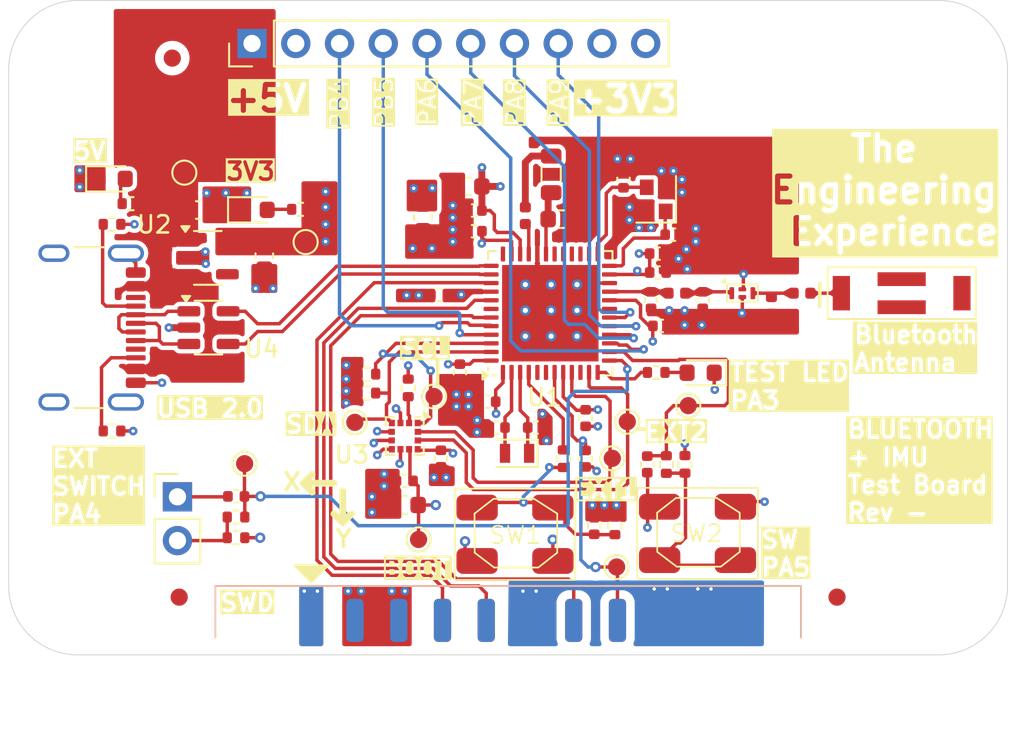
<source format=kicad_pcb>
(kicad_pcb (version 20240108) (generator "pcbnew") (generator_version "8.0")
  (layers (0 "F.Cu" signal) (1 "In1.Cu" signal) (2 "In2.Cu" signal) (31 "B.Cu" signal) (34 "B.Paste" user) (35 "F.Paste" user) (36 "B.SilkS" user "B.Silkscreen") (37 "F.SilkS" user "F.Silkscreen") (38 "B.Mask" user) (39 "F.Mask" user) (44 "Edge.Cuts" user))
  (net 0 "")
  (net 1 "+3V3")
  (net 2 "GND")
  (net 3 "/OSC_IN_32MHZ")
  (net 4 "/OSC_OUT_32MHZ")
  (net 5 "+5V")
  (net 6 "/OSC_IN_32k768Hz")
  (net 7 "/OSC_OUT_32k768Hz")
  (net 8 "/SMPS_VFB")
  (net 9 "/RF_MCU_OUT")
  (net 10 "/RF_FILT")
  (net 11 "/MCU_nRST")
  (net 12 "Net-(C25-Pad1)")
  (net 13 "Net-(D1-A)")
  (net 14 "Net-(D2-A)")
  (net 15 "Net-(D3-A)")
  (net 16 "/USB_D+")
  (net 17 "/USB_CC1")
  (net 19 "/USB_D-")
  (net 21 "/USB_CC2")
  (net 27 "/SW_CLK")
  (net 28 "/SW_DIO")
  (net 31 "/SW_O")
  (net 34 "/PA9")
  (net 35 "/PB4")
  (net 36 "/PB5")
  (net 37 "/PA8")
  (net 38 "/PA6")
  (net 39 "/PA7")
  (net 40 "Net-(L1-Pad2)")
  (net 41 "/SMPS_VLX")
  (net 42 "/IMU_SDA")
  (net 43 "/IMU_SCL")
  (net 44 "Net-(U3-~{CS})")
  (net 45 "/LED")
  (net 47 "/IMU_EXTI1")
  (net 48 "/IMU_EXTI2")
  (net 55 "/TEST_SWITCH")
  (net 56 "/EXT_SWITCH")
  (net 59 "/USB_FILT_D+")
  (net 61 "/USB_FILT_D-")
  (net 65 "Net-(J6-Pin_2)")
  (net 66 "Net-(SW2-A)")
  (net 67 "/Boot0")
  (net 69 "Net-(AE1-Feed)")
  (net 71 "Net-(FLT1-OUT)")
  (footprint "Capacitor_SMD:C_0402_1005Metric" (layer "F.Cu") (at 123 108.2 180)
    (property "Reference" "C18" (hide yes))
    (property "Value" "100nF" (hide yes))
  )
  (footprint "LED_SMD:LED_0603_1608Metric" (layer "F.Cu") (at 101.98 106.36)
    (property "Reference" "D1" (hide yes))
    (property "Value" "MHT192CRCT" (hide yes))
  )
  (footprint "Capacitor_SMD:C_0402_1005Metric" (layer "F.Cu") (at 121 113.1 180)
    (property "Reference" "C8" (hide yes))
    (property "Value" "100nF" (hide yes))
  )
  (footprint "Capacitor_SMD:C_0603_1608Metric" (layer "F.Cu") (at 122.7 106.8 180)
    (property "Reference" "C9" (hide yes))
    (property "Value" "4u7F" (hide yes))
  )
  (footprint "Capacitor_SMD:C_0402_1005Metric" (layer "F.Cu") (at 126.62 120.8)
    (property "Reference" "C16" (hide yes))
    (property "Value" "15pF" (hide yes))
  )
  (footprint "Resistor_SMD:R_0402_1005Metric" (layer "F.Cu") (at 135.27 122.94 -90)
    (property "Reference" "R10" (hide yes))
    (property "Value" "10K" (hide yes))
  )
  (footprint "Resistor_SMD:R_0402_1005Metric" (layer "F.Cu") (at 119.2 118.5 -90)
    (property "Reference" "R5" (hide yes))
    (property "Value" "5K11" (hide yes))
  )
  (footprint "Capacitor_SMD:C_0402_1005Metric" (layer "F.Cu") (at 133.89 114.9)
    (property "Reference" "C3" (hide yes))
    (property "Value" "100nF" (hide yes))
  )
  (footprint "Capacitor_SMD:C_0402_1005Metric" (layer "F.Cu") (at 136.3 113.4 -90)
    (property "Reference" "C20" (hide yes))
    (property "Value" "0p3F" (hide yes))
  )
  (footprint "Resistor_SMD:R_0402_1005Metric" (layer "F.Cu") (at 133.6 117.6)
    (property "Reference" "R7" (hide yes))
    (property "Value" "1k" (hide yes))
  )
  (footprint "Capacitor_SMD:C_0402_1005Metric" (layer "F.Cu") (at 133.7 111.8)
    (property "Reference" "C6" (hide yes))
    (property "Value" "100pF" (hide yes))
  )
  (footprint "Crystal:Crystal_SMD_2012-2Pin_2.0x1.2mm" (layer "F.Cu") (at 125.52 122.3 180)
    (property "Reference" "X2" (hide yes))
    (property "Value" "32.768kHz" (hide yes))
  )
  (footprint "LED_SMD:LED_0603_1608Metric" (layer "F.Cu") (at 110.2225 108.16)
    (property "Reference" "D2" (hide yes))
    (property "Value" "MHT192CRCT" (hide yes))
  )
  (footprint "TestPoint:TestPoint_Pad_D1.0mm" (layer "F.Cu") (at 131.92 120.46)
    (property "Reference" "TP11" (hide yes))
    (property "Value" "TestPoint" (hide yes))
  )
  (footprint "Resistor_SMD:R_0402_1005Metric" (layer "F.Cu") (at 128.2 122.61 90)
    (property "Reference" "R11" (hide yes))
    (property "Value" "1k" (hide yes))
  )
  (footprint "TestPoint:TestPoint_Pad_D1.0mm" (layer "F.Cu") (at 119.8 127.3)
    (property "Reference" "TP7" (hide yes))
    (property "Value" "TestPoint" (hide yes))
  )
  (footprint "Resistor_SMD:R_0402_1005Metric" (layer "F.Cu") (at 134.19 122.95 -90)
    (property "Reference" "R12" (hide yes))
    (property "Value" "1k" (hide yes))
  )
  (footprint "Inductor_SMD:L_0402_1005Metric" (layer "F.Cu") (at 134.8 113)
    (property "Reference" "L3" (hide yes))
    (property "Value" "2.7nH" (hide yes))
  )
  (footprint "Resistor_SMD:R_0402_1005Metric" (layer "F.Cu") (at 116.8 118.8)
    (property "Reference" "R3" (hide yes))
    (property "Value" "5K11" (hide yes))
  )
  (footprint "Resistor_SMD:R_0402_1005Metric" (layer "F.Cu") (at 112.9425 108.13 180)
    (property "Reference" "R8" (hide yes))
    (property "Value" "1k" (hide yes))
  )
  (footprint "MyLibrary:SMG-H9" (layer "F.Cu") (at 125.4 127)
    (property "Reference" "SW1")
    (property "Value" "SW_MEC_5E" (hide yes))
  )
  (footprint "Resistor_SMD:R_0402_1005Metric" (layer "F.Cu") (at 102 121)
    (property "Reference" "R1" (hide yes))
    (property "Value" "5K11" (hide yes))
  )
  (footprint "MyLibrary:EDGE_HEADER_20_WAY" (layer "F.Cu") (at 125 134)
    (property "Reference" "J2" (hide yes))
    (property "Value" "Conn_02x10_Odd_Even" (hide yes))
  )
  (footprint "TestPoint:TestPoint_Pad_D1.0mm" (layer "F.Cu") (at 131.3 128.9)
    (property "Reference" "TP5" (hide yes))
    (property "Value" "TestPoint" (hide yes))
  )
  (footprint "Resistor_SMD:R_0402_1005Metric" (layer "F.Cu") (at 116.8 117.7)
    (property "Reference" "R4" (hide yes))
    (property "Value" "5K11" (hide yes))
  )
  (footprint "Capacitor_SMD:C_0603_1608Metric" (layer "F.Cu") (at 107.0125 108.17)
    (property "Reference" "C13" (hide yes))
    (property "Value" "4u7F" (hide yes))
  )
  (footprint "TestPoint:TestPoint_Pad_D1.0mm" (layer "F.Cu") (at 109.7 122.9 180)
    (property "Reference" "TP12" (hide yes))
    (property "Value" "TestPoint" (hide yes))
  )
  (footprint "Inductor_SMD:L_0402_1005Metric" (layer "F.Cu") (at 126 108.5 90)
    (property "Reference" "L1" (hide yes))
    (property "Value" "10nH" (hide yes))
  )
  (footprint "TestPoint:TestPoint_Pad_D1.0mm" (layer "F.Cu") (at 135.46 119.53)
    (property "Reference" "TP13" (hide yes))
    (property "Value" "TestPoint" (hide yes))
  )
  (footprint "Capacitor_SMD:C_0402_1005Metric" (layer "F.Cu") (at 129.5 122.61 -90)
    (property "Reference" "C21" (hide yes))
    (property "Value" "100nF" (hide yes))
  )
  (footprint "Fiducial:Fiducial_1mm_Mask2mm" (layer "F.Cu") (at 105.9 130.65)
    (property "Reference" "FID2" (hide yes))
    (property "Value" "Fiducial" (hide yes))
  )
  (footprint "Capacitor_SMD:C_0402_1005Metric" (layer "F.Cu") (at 123 109.4 180)
    (property "Reference" "C2" (hide yes))
    (property "Value" "100nF" (hide yes))
  )
  (footprint "Package_LGA:LGA-12_2x2mm_P0.5mm" (layer "F.Cu") (at 119 121.3 -90)
    (property "Reference" "U3")
    (property "Value" "LIS2DH12TR" (hide yes))
  )
  (footprint "MyLibrary:2450AT43B100E" (layer "F.Cu") (at 144.352 113)
    (property "Reference" "AE1" (hide yes))
    (property "Value" "2450AT43B100E" (hide yes))
  )
  (footprint "Capacitor_SMD:C_0402_1005Metric" (layer "F.Cu") (at 134.6 109.6)
    (property "Reference" "C12" (hide yes))
    (property "Value" "8pF" (hide yes))
  )
  (footprint "Resistor_SMD:R_0402_1005Metric" (layer "F.Cu") (at 131.2 126.51 90)
    (property "Reference" "R9" (hide yes))
    (property "Value" "10K" (hide yes))
  )
  (footprint "MountingHole:MountingHole_3.2mm_M3" (layer "F.Cu") (at 100 100)
    (property "Reference" "H1" (hide yes))
    (property "Value" "MountingHole" (hide yes))
  )
  (footprint "MyLibrary:SMG-H9" (layer "F.Cu") (at 136 126.95)
    (property "Reference" "SW2")
    (property "Value" "SW_MEC_5E" (hide yes))
  )
  (footprint "Resistor_SMD:R_0402_1005Metric" (layer "F.Cu") (at 109.2 127.2 180)
    (property "Reference" "R13" (hide yes))
    (property "Value" "10K" (hide yes))
  )
  (footprint "TestPoint:TestPoint_Pad_D1.0mm" (layer "F.Cu") (at 131.05 122.59)
    (property "Reference" "TP10" (hide yes))
    (property "Value" "TestPoint" (hide yes))
  )
  (footprint "Capacitor_SMD:C_0402_1005Metric" (layer "F.Cu") (at 129.5 120.25 -90)
    (property "Reference" "C10" (hide yes))
    (property "Value" "100nF" (hide yes))
  )
  (footprint "Capacitor_SMD:C_0402_1005Metric" (layer "F.Cu") (at 133.3 113.4 -90)
    (property "Reference" "C19" (hide yes))
    (property "Value" "0p8F" (hide yes))
  )
  (footprint "Connector_USB:USB_C_Receptacle_GCT_USB4105-xx-A_16P_TopMnt_Horizontal" (layer "F.Cu") (at 99.7 115 -90)
    (property "Reference" "J1" (hide yes))
    (property "Value" "USB_C_Receptacle_USB2.0_16P" (hide yes))
  )
  (footprint "Package_TO_SOT_SMD:SOT-23-5" (layer "F.Cu") (at 107.5625 110.95)
    (property "Reference" "U2")
    (property "Value" "MIC5205-3.3YM5" (hide yes))
  )
  (footprint "Capacitor_SMD:C_0603_1608Metric" (layer "F.Cu") (at 128.1 108.7)
    (property "Reference" "C17" (hide yes))
    (property "Value" "4u7F" (hide yes))
  )
  (footprint "Connector_PinHeader_2.54mm:PinHeader_1x02_P2.54mm_Vertical" (layer "F.Cu") (at 105.8 124.825)
    (property "Reference" "J6" (hide yes))
    (property "Value" "External Switch" (hide yes))
  )
  (footprint "TestPoint:TestPoint_Pad_D1.0mm" (layer "F.Cu") (at 116.1 120.5)
    (property "Reference" "TP9" (hide yes))
    (property "Value" "TestPoint" (hide yes))
  )
  (footprint "Capacitor_SMD:C_0402_1005Metric" (layer "F.Cu") (at 133.08 122.94 -90)
    (property "Reference" "C26" (hide yes))
    (property "Value" "100nF" (hide yes))
  )
  (footprint "Crystal:Crystal_SMD_2016-4Pin_2.0x1.6mm" (layer "F.Cu") (at 133.6 107.55 90)
    (property "Reference" "X1" (hide yes))
    (property "Value" "32MHz" (hide yes))
  )
  (footprint "Capacitor_SMD:C_0402_1005Metric" (layer "F.Cu") (at 130 126.52 90)
    (property "Reference" "C25" (hide yes))
    (property "Value" "100nF" (hide yes))
  )
  (footprint "Inductor_SMD:L_0402_1005Metric" (layer "F.Cu") (at 140.29 113.71 -90)
    (property "Reference" "L4" (hide yes))
    (property "Value" "1.8nH" (hide yes))
  )
  (footprint "TestPoint:TestPoint_Pad_D1.0mm" (layer "F.Cu") (at 106.2 106)
    (property "Reference" "TP4" (hide yes))
    (property "Value" "TestPoint" (hide yes))
  )
  (footprint "Capacitor_SMD:C_0402_1005Metric" (layer "F.Cu") (at 133.7 110.7)
    (property "Reference" "C7" (hide yes))
    (property "Value" "100nF" (hide yes))
  )
  (footprint "Inductor_SMD:L_0402_1005Metric" (layer "F.Cu") (at 142.066 113)
    (property "Reference" "L5" (hide yes))
    (property "Value" "2.7nH" (hide yes))
  )
  (footprint "Capacitor_SMD:C_0402_1005Metric" (layer "F.Cu") (at 119 123.9 180)
    (property "Reference" "C22" (hide yes))
    (property "Value" "100nF" (hide yes))
  )
  (footprint "Connector_PinHeader_2.54mm:PinHeader_1x10_P2.54mm_Vertical" (layer "F.Cu") (at 110.13 98.5 90)
    (property "Reference" "J5" (hide yes))
    (property "Value" "IO HEADER" (hide yes))
  )
  (footprint "Capacitor_SMD:C_0603_1608Metric" (layer "F.Cu") (at 120.05 108.6 -90)
    (property "Reference" "C1" (hide yes))
    (property "Value" "4u7F" (hide yes))
  )
  (footprint "MyLibrary:DLF162500LT-5028A1" (layer "F.Cu") (at 138.6 113)
    (property "Reference" "FLT1" (hide yes))
    (property "Value" "~" (hide yes))
  )
  (footprint "Capacitor_SMD:C_0402_1005Metric" (layer "F.Cu") (at 123.8 119.3 180)
    (property "Reference" "C5" (hide yes))
    (property "Value" "100nF" (hide yes))
  )
  (footprint "Resistor_SMD:R_0402_1005Metric" (layer "F.Cu") (at 109.2 126 180)
    (property "Reference" "R14" (hide yes))
    (property "Value" "1k" (hide yes))
  )
  (footprint "Capacitor_SMD:C_0402_1005Metric" (layer "F.Cu") (at 121.1 122.6 -90)
    (property "Reference" "C23" (hide yes))
    (property "Value" "100nF" (hide yes))
  )
  (footprint "MountingHole:MountingHole_3.2mm_M3" (layer "F.Cu") (at 100 130)
    (property "Reference" "H3" (hide yes))
    (property "Value" "MountingHole" (hide yes))
  )
  (footprint "TestPoint:TestPoint_Pad_D1.0mm" (layer "F.Cu") (at 113.2425 110.03)
    (property "Reference" "TP3" (hide yes))
    (property "Value" "TestPoint" (hide yes))
  )
  (footprint "Package_DFN_QFN:QFN-48-1EP_7x7mm_P0.5mm_EP5.6x5.6mm" (layer "F.Cu") (at 127.45 114.1625 90)
    (property "Reference" "U1")
    (property "Value" "STM32WB55CGUx" (hide yes))
  )
  (footprint "MountingHole:MountingHole_3.2mm_M3" (layer "F.Cu") (at 150 130)
    (property "Reference" "H4" (hide yes))
    (property "Value" "MountingHole" (hide yes))
  )
  (footprint "Capacitor_SMD:C_0603_1608Metric" (layer "F.Cu") (at 119 125.3 180)
    (property "Reference" "C24" (hide yes))
    (property "Value" "4u7F" (hide yes))
  )
  (footprint "Resistor_SMD:R_0402_1005Metric" (layer "F.Cu") (at 103.1 107.8 180)
    (property "Reference" "R6" (hide yes))
    (property "Value" "1k" (hide yes))
  )
  (footprint "Package_TO_SOT_SMD:SOT-23-6" (layer "F.Cu") (at 107.6 115)
    (property "Reference" "U4")
    (property "Value" "USBLC6-2SC6" (hide yes))
  )
  (footprint "Capacitor_SMD:C_0402_1005Metric" (layer "F.Cu") (at 109.21 124.8 180)
    (property "Reference" "C27" (hide yes))
    (property "Value" "100nF" (hide yes))
  )
  (footprint "Inductor_SMD:L_0805_2012Metric" (layer "F.Cu") (at 127.5 106.1 -90)
    (property "Reference" "L2" (hide yes))
    (property "Value" "10uH" (hide yes))
  )
  (footprint "MountingHole:MountingHole_3.2mm_M3" (layer "F.Cu") (at 150 100)
    (property "Reference" "H2" (hide yes))
    (property "Value" "MountingHole" (hide yes))
  )
  (footprint "Capacitor_SMD:C_0402_1005Metric" (layer "F.Cu") (at 124.34 120.8 180)
    (property "Reference" "C15" (hide yes))
    (property "Value" "15pF" (hide yes))
  )
  (footprint "Resistor_SMD:R_0402_1005Metric" (layer "F.Cu") (at 102 109)
    (property "Reference" "R2" (hide yes))
    (property "Value" "5K11" (hide yes))
  )
  (footprint "Capacitor_SMD:C_0402_1005Metric" (layer "F.Cu") (at 131.7 106.4 90)
    (property "Reference" "C11" (hide yes))
    (property "Value" "8pF" (hide yes))
  )
  (footprint "Capacitor_SMD:C_0603_1608Metric" (layer "F.Cu") (at 110.8425 110.83 -90)
    (property "Reference" "C14" (hide yes))
    (property "Value" "4u7F" (hide yes))
  )
  (footprint "Capacitor_SMD:C_0402_1005Metric" (layer "F.Cu") (at 122.2 117.6 -90)
    (property "Reference" "C4" (hide yes))
    (property "Value" "100nF" (hide yes))
  )
  (footprint "Fiducial:Fiducial_1mm_Mask2mm" (layer "F.Cu") (at 144.1 130.65)
    (property "Reference" "FID3" (hide yes))
    (property "Value" "Fiducial" (hide yes))
  )
  (footprint "LED_SMD:LED_0603_1608Metric" (layer "F.Cu") (at 136.18 117.62 180)
    (property "Reference" "D3" (hide yes))
    (property "Value" "MHT192CRCT" (hide yes))
  )
  (footprint "TestPoint:TestPoint_Pad_D1.0mm" (layer "F.Cu") (at 120.7 119)
    (property "Reference" "TP8" (hide yes))
    (property "Value" "TestPoint" (hide yes))
  )
  (footprint "Fiducial:Fiducial_1mm_Mask2mm" (layer "F.Cu") (at 105.5 99.35)
    (property "Reference" "FID1" (hide yes))
    (property "Value" "Fiducial" (hide yes))
  )
  (gr_line (start 143.985 113.155) (end 143.735 113.005) (stroke (width 0.2)) (layer "F.Cu") (net 69))
  (gr_line (start 142.695 112.845) (end 142.945 112.995) (stroke (width 0.2)) (layer "F.Cu") (net 69))
  (gr_line (start 142.955 113.005) (end 142.705 112.855) (stroke (width 0.2)) (layer "F.Cu") (net 69))
  (gr_line (start 143.65 113.01) (end 143.94 112.76) (stroke (width 0.1)) (layer "F.Cu") (net 69))
  (gr_line (start 143.03 112.99) (end 142.74 113.24) (stroke (width 0.1)) (layer "F.Cu") (net 69))
  (gr_line (start 114.888 125.816) (end 115.396 126.324) (stroke (width 0.4)) (layer "F.SilkS"))
  (gr_line (start 115.904 125.816) (end 115.396 126.324) (stroke (width 0.4)) (layer "F.SilkS"))
  (gr_line (start 115.396 126.2605) (end 115.396 124.4825) (stroke (width 0.4)) (layer "F.SilkS"))
  (gr_line (start 114.888 124.038) (end 113.11 124.038) (stroke (width 0.4)) (layer "F.SilkS"))
  (gr_line (start 120.91 116.85) (end 120.91 118.34) (stroke (width 0.2)) (layer "F.SilkS"))
  (gr_line (start 113.618 124.546) (end 113.11 124.038) (stroke (width 0.4)) (layer "F.SilkS"))
  (gr_line (start 113.618 123.53) (end 113.11 124.038) (stroke (width 0.4)) (layer "F.SilkS"))
  (gr_line (start 132.48 120.89) (end 132.98 120.89) (stroke (width 0.2)) (layer "F.SilkS"))
  (gr_line (start 131.05 123.29) (end 131.05 123.7) (stroke (width 0.2)) (layer "F.SilkS"))
  (gr_line (start 150 96) (end 100 96) (stroke (width 0.05)) (layer "Edge.Cuts"))
  (gr_arc (start 154 130) (mid 152.828427 132.828427) (end 150 134) (stroke (width 0.05)) (layer "Edge.Cuts"))
  (gr_line (start 154 130) (end 154 100) (stroke (width 0.05)) (layer "Edge.Cuts"))
  (gr_arc (start 96 100) (mid 97.171573 97.171573) (end 100 96) (stroke (width 0.05)) (layer "Edge.Cuts"))
  (gr_arc (start 100 134) (mid 97.171573 132.828427) (end 96 130) (stroke (width 0.05)) (layer "Edge.Cuts"))
  (gr_line (start 96 100) (end 96 130) (stroke (width 0.05)) (layer "Edge.Cuts"))
  (gr_arc (start 150 96) (mid 152.828427 97.171573) (end 154 100) (stroke (width 0.05)) (layer "Edge.Cuts"))
  (gr_line (start 100 134) (end 150 134) (stroke (width 0.05)) (layer "Edge.Cuts"))
  (gr_text "PA8" (at 125.984 103.4288 90) (layer "F.SilkS" knockout) (effects (font (size 1 1) (thickness 0.1)) (justify left bottom)))
  (gr_text "BOOT" (at 117.63 129.58 0) (layer "F.SilkS" knockout) (effects (font (size 1 1) (thickness 0.2) (bold yes)) (justify left bottom)))
  (gr_text "X" (at 111.84 124.546 0) (layer "F.SilkS") (effects (font (size 1 1) (thickness 0.2) (bold yes)) (justify left bottom)))
  (gr_text "SCL" (at 118.61 116.82 0) (layer "F.SilkS" knockout) (effects (font (size 1 1) (thickness 0.2) (bold yes)) (justify left bottom)))
  (gr_text "PA6" (at 120.904 103.378 90) (layer "F.SilkS" knockout) (effects (font (size 1 1) (thickness 0.1)) (justify left bottom)))
  (gr_text "+3V3" (at 128.5748 102.616 0) (layer "F.SilkS" knockout) (effects (font (size 1.5 1.5) (thickness 0.3) (bold yes)) (justify left bottom)))
  (gr_text "PB4" (at 115.7732 103.5812 90) (layer "F.SilkS" knockout) (effects (font (size 1 1) (thickness 0.1)) (justify left bottom)))
  (gr_text "PA7" (at 123.5456 103.4288 90) (layer "F.SilkS" knockout) (effects (font (size 1 1) (thickness 0.1)) (justify left bottom)))
  (gr_text "EXT\nSWITCH\nPA4" (at 98.42 126.41 0) (layer "F.SilkS" knockout) (effects (font (size 1 1) (thickness 0.2) (bold yes)) (justify left bottom)))
  (gr_text "BLUETOOTH\n+ IMU\nTest Board\nRev -" (at 144.606 126.324 0) (layer "F.SilkS" knockout) (effects (font (size 1 1) (thickness 0.2) (bold yes)) (justify left bottom)))
  (gr_text "The \nEngineering \nExperience" (at 147.4 107.02 0) (layer "F.SilkS" knockout) (effects (font (size 1.5 1.5) (thickness 0.3) (bold yes))))
  (gr_text "TEST LED\nPA3" (at 137.79 119.81 0) (layer "F.SilkS" knockout) (effects (font (size 1 1) (thickness 0.2) (bold yes)) (justify left bottom)))
  (gr_text "PB5" (at 118.39769 103.4796 90) (layer "F.SilkS" knockout) (effects (font (size 1 1) (thickness 0.1)) (justify left bottom)))
  (gr_text "PA9" (at 128.524 103.4288 90) (layer "F.SilkS" knockout) (effects (font (size 1 1) (thickness 0.1)) (justify left bottom)))
  (gr_text "SWD" (at 108.18 131.56 0) (layer "F.SilkS" knockout) (effects (font (size 1 1) (thickness 0.2) (bold yes)) (justify left bottom)))
  (gr_text "EXT2" (at 132.83 121.64 0) (layer "F.SilkS" knockout) (effects (font (size 1 1) (thickness 0.2) (bold yes)) (justify left bottom)))
  (gr_text "SW\nPA5" (at 139.59 129.51 0) (layer "F.SilkS" knockout) (effects (font (size 1 1) (thickness 0.2) (bold yes)) (justify left bottom)))
  (gr_text "3V3" (at 108.538 106.512 0) (layer "F.SilkS" knockout) (effects (font (size 1 1) (thickness 0.2) (bold yes)) (justify left bottom)))
  (gr_text "EXT1" (at 128.75 125.01 0) (layer "F.SilkS" knockout) (effects (font (size 1 1) (thickness 0.2) (bold yes)) (justify left bottom)))
  (gr_text "USB 2.0" (at 104.47 120.27 0) (layer "F.SilkS" knockout) (effects (font (size 1 1) (thickness 0.2) (bold yes)) (justify left bottom)))
  (gr_text "+5V" (at 108.5 102.58 0) (layer "F.SilkS" knockout) (effects (font (size 1.5 1.5) (thickness 0.3) (bold yes)) (justify left bottom)))
  (gr_text "5V" (at 99.648 105.34 0) (layer "F.SilkS" knockout) (effects (font (size 1 1) (thickness 0.2) (bold yes)) (justify left bottom)))
  (gr_text "SDA" (at 111.97 121.21 0) (layer "F.SilkS" knockout) (effects (font (size 1 1) (thickness 0.2) (bold yes)) (justify left bottom)))
  (gr_text "Bluetooth\nAntenna" (at 144.99 117.61 0) (layer "F.SilkS" knockout) (effects (font (size 1 1) (thickness 0.2) (bold yes)) (justify left bottom)))
  (gr_text "Y" (at 114.888 127.848 0) (layer "F.SilkS") (effects (font (size 1 1) (thickness 0.2) (bold yes)) (justify left bottom)))
  (segment (start 124.375 109.475) (end 125.275 109.475) (width 0.2) (layer "F.Cu") (net 1))
  (segment (start 113.5 109.7725) (end 113.5 108.1775) (width 0.4) (layer "F.Cu") (net 1))
  (segment (start 133.186066 114.9) (end 132.69 114.403934) (width 0.2) (layer "F.Cu") (net 1))
  (segment (start 121.52 117.12) (end 122.2 117.12) (width 0.2) (layer "F.Cu") (net 1))
  (segment (start 130.2 119.77) (end 130.21 119.76) (width 0.2) (layer "F.Cu") (net 1))
  (segment (start 132.69 114.403934) (end 132.69 113.69) (width 0.2) (layer "F.Cu") (net 1))
  (segment (start 125.2 110.725) (end 125.2 110) (width 0.2) (layer "F.Cu") (net 1))
  (segment (start 119.8 125.325) (end 119.775 125.3) (width 0.2) (layer "F.Cu") (net 1))
  (segment (start 119.3 123.72) (end 119.48 123.9) (width 0.2) (layer "F.Cu") (net 1))
  (segment (start 127.6 127.32) (end 127.59 127.31) (width 0.2) (layer "F.Cu") (net 1))
  (segment (start 123.475 106.8) (end 124.55 106.8) (width 0.4) (layer "F.Cu") (net 1))
  (segment (start 125.275 109.475) (end 125.7 109.9) (width 0.2) (layer "F.Cu") (net 1))
  (segment (start 128.3 128.85) (end 128.3 127.9) (width 0.2) (layer "F.Cu") (net 1))
  (segment (start 135.26 121.74) (end 135.27 121.75) (width 0.2) (layer "F.Cu") (net 1))
  (segment (start 110.8425 110.055) (end 113.2175 110.055) (width 0.4) (layer "F.Cu") (net 1))
  (segment (start 121.48 113.1) (end 121.58 113) (width 0.2) (layer "F.Cu") (net 1))
  (segment (start 119.775 125.3) (end 119.9 125.3) (width 0.2) (layer "F.Cu") (net 1))
  (segment (start 123.48 109.4) (end 123.48 110.1) (width 0.2) (layer "F.Cu") (net 1))
  (segment (start 125.2 110) (end 125.13 109.93) (width 0.2) (layer "F.Cu") (net 1))
  (segment (start 113.2425 110.03) (end 113.5 109.7725) (width 0.4) (layer "F.Cu") (net 1))
  (segment (start 123.48 109.76) (end 123.48 109.4) (width 0.2) (layer "F.Cu") (net 1))
  (segment (start 119.775 125.3) (end 120.8 125.3) (width 0.2) (layer "F.Cu") (net 1))
  (segment (start 133.4 114.91) (end 133.41 114.9) (width 0.2) (layer "F.Cu") (net 1))
  (segment (start 129.5 119.77) (end 130.2 119.77) (width 0.2) (layer "F.Cu") (net 1))
  (segment (start 113.2175 110.055) (end 113.2425 110.03) (width 0.4) (layer "F.Cu") (net 1))
  (segment (start 125.13 109.93) (end 123.65 109.93) (width 0.2) (layer "F.Cu") (net 1))
  (segment (start 123.48 107.48) (end 123.48 108.2) (width 0.4) (layer "F.Cu") (net 1))
  (segment (start 124.0125 116.9125) (end 122.9875 116.9125) (width 0.2) (layer "F.Cu") (net 1))
  (segment (start 123.475 106.8) (end 123.475 105.705) (width 0.4) (layer "F.Cu") (net 1))
  (segment (start 132.69 113.69) (end 132.4125 113.4125) (width 0.2) (layer "F.Cu") (net 1))
  (segment (start 128.98 119.8) (end 129.2 119.8) (width 0.2) (layer "F.Cu") (net 1))
  (segment (start 119.2 117.99) (end 119.2 117.2) (width 0.2) (layer "F.Cu") (net 1))
  (segment (start 113.5 108.1775) (end 113.4525 108.13) (width 0.4) (layer "F.Cu") (net 1))
  (segment (start 123.65 109.93) (end 123.48 109.76) (width 0.2) (layer "F.Cu") (net 1))
  (segment (start 130.8875 111.9125) (end 133.1075 111.9125) (width 0.2) (layer "F.Cu") (net 1))
  (segment (start 110.7875 110) (end 110.8425 110.055) (width 0.4) (layer "F.Cu") (net 1))
  (segment (start 135.27 121.75) (end 135.27 122.43) (width 0.2) (layer "F.Cu") (net 1))
  (segment (start 132.4125 113.4125) (end 130.8875 113.4125) (width 0.2) (layer "F.Cu") (net 1))
  (segment (start 119.8075 122.12) (end 119.75 122.0625) (width 0.2) (layer "F.Cu") (net 1))
  (segment (start 133.41 114.9) (end 133.186066 114.9) (width 0.2) (layer "F.Cu") (net 1))
  (segment (start 129.14 119.8) (end 129.2 119.8) (width 0.2) (layer "F.Cu") (net 1))
  (segment (start 124.28 119.3) (end 124.28 118.62) (width 0.2) (layer "F.Cu") (net 1))
  (segment (start 121.1 122.12) (end 121.62 122.12) (width 0.2) (layer "F.Cu") (net 1))
  (segment (start 125.7 109.9) (end 125.7 110.725) (width 0.2) (layer "F.Cu") (net 1))
  (segment (start 128.2 117.6) (end 128.2 119.02) (width 0.2) (layer "F.Cu") (net 1))
  (segment (start 133.4 115.8) (end 133.4 114.91) (width 0.2) (layer "F.Cu") (net 1))
  (segment (start 113.57 130.84) (end 113.57 132) (width 0.2) (layer "F.Cu") (net 1))
  (segment (start 119.775 125.3) (end 119.775 124.195) (width 0.2) (layer "F.Cu") (net 1))
  (segment (start 108.7 110) (end 110.7875 110) (width 0.4) (layer "F.Cu") (net 1))
  (segment (start 133.1075 111.9125) (end 133.22 111.8) (width 0.2) (layer "F.Cu") (net 1))
  (segment (start 123.48 108.2) (end 123.95 108.2) (width 0.2) (layer "F.Cu") (net 1))
  (segment (start 109.71 127.2) (end 110.6 127.2) (width 0.2) (layer "F.Cu") (net 1))
  (segment (start 121.62 122.12) (end 121.8 122.3) (width 0.2) (layer "F.Cu") (net 1))
  (segment (start 124.2 108.45) (end 124.2 109.3) (width 0.2) (layer "F.Cu") (net 1))
  (segment (start 124.7 118.2) (end 124.7 117.6) (width 0.2) (layer "F.Cu") (net 1))
  (segment (start 121.1 122.12) (end 119.8075 122.12) (width 0.2) (layer "F.Cu") (net 1))
  (segment (start 124.28 119.3) (end 124.28 119.98) (width 0.2) (layer "F.Cu") (net 1))
  (segment (start 133.22 110.7) (end 133.22 111.8) (width 0.2) (layer "F.Cu") (net 1))
  (segment (start 123.48 110.1) (end 123.47 110.11) (width 0.2) (layer "F.Cu") (net 1))
  (segment (start 119.8 127.3) (end 119.8 125.325) (width 0.2) (layer "F.Cu") (net 1))
  (segment (start 123.475 106.8) (end 123.475 107.475) (width 0.4) (layer "F.Cu") (net 1))
  (segment (start 119.25 122.0625) (end 119.3 122.1125) (width 0.2) (layer "F.Cu") (net 1))
  (segment (start 128.2 119.02) (end 128.98 119.8) (width 0.2) (layer "F.Cu") (net 1))
  (segment (start 132.6 110.7) (end 133.22 110.7) (width 0.2) (layer "F.Cu") (net 1))
  (segment (start 122.78 117.12) (end 122.2 117.12) (width 0.2) (layer "F.Cu") (net 1))
  (segment (start 119.3 122.1125) (end 119.3 123.72) (width 0.2) (layer "F.Cu") (net 1))
  (segment (start 124.28 118.62) (end 124.7 118.2) (width 0.2) (layer "F.Cu") (net 1))
  (segment (start 124.28 119.98) (end 124.3 120) (width 0.2) (layer "F.Cu") (net 1))
  (segment (start 123.475 105.705) (end 123.48 105.7) (width 0.4) (layer "F.Cu") (net 1))
  (segment (start 124.2 109.3) (end 124.375 109.475) (width 0.2) (layer "F.Cu") (net 1))
  (segment (start 123.475 107.475) (end 123.48 107.48) (width 0.4) (layer "F.Cu") (net 1))
  (segment (start 122.5 128.85) (end 122.5 127.41) (width 0.2) (layer "F.Cu") (net 1))
  (segment (start 123.95 108.2) (end 124.2 108.45) (width 0.2) (layer "F.Cu") (net 1))
  (segment (start 122.9875 116.9125) (end 122.78 117.12) (width 0.2) (layer "F.Cu") (net 1))
  (segment (start 127.6 128.55) (end 127.6 127.32) (width 0.2) (layer "F.Cu") (net 1))
  (segment (start 119.775 124.195) (end 119.48 123.9) (width 0.2) (layer "F.Cu") (net 1))
  (via (at 122.28 113.08) (size 0.5) (drill 0.2) (layers "F.Cu" "B.Cu") (net 1))
  (via (at 110.6 127.2) (size 0.6) (drill 0.3) (layers "F.Cu" "B.Cu") (net 1))
  (via (at 115.6 118.68) (size 0.5) (drill 0.2) (layers "F.Cu" "B.Cu") (net 1))
  (via (at 119.52 106.91) (size 0.5) (drill 0.2) (layers "F.Cu" "B.Cu") (net 1))
  (via (at 120.6 106.9) (size 0.5) (drill 0.2) (layers "F.Cu" "B.Cu") (net 1))
  (via (at 124.55 106.8) (size 0.5) (drill 0.2) (layers "F.Cu" "B.Cu") (net 1))
  (via (at 122.5 127.41) (size 0.6) (drill 0.3) (layers "F.Cu" "B.Cu") (net 1))
  (via (at 114.4 108) (size 0.5) (drill 0.2) (layers "F.Cu" "B.Cu") (net 1))
  (via (at 123.47 110.11) (size 0.5) (drill 0.2) (layers "F.Cu" "B.Cu") (net 1))
  (via (at 121.52 117.12) (size 0.5) (drill 0.2) (layers "F.Cu" "B.Cu") (net 1))
  (via (at 127.59 127.31) (size 0.6) (drill 0.3) (layers "F.Cu" "B.Cu") (net 1))
  (via (at 115.6 117.98) (size 0.5) (drill 0.2) (layers "F.Cu" "B.Cu") (net 1))
  (via (at 119.2 117.2) (size 0.5) (drill 0.2) (layers "F.Cu" "B.Cu") (net 1))
  (via (at 133.4 115.8) (size 0.5) (drill 0.2) (layers "F.Cu" "B.Cu") (net 1))
  (via (at 114.4 110) (size 0.5) (drill 0.2) (layers "F.Cu" "B.Cu") (net 1))
  (via (at 123.48 105.7) (size 0.5) (drill 0.2) (layers "F.Cu" "B.Cu") (net 1))
  (via (at 135.26 121.74) (size 0.5) (drill 0.2) (layers "F.Cu" "B.Cu") (net 1))
  (via (at 113.925 130.302) (size 0.5) (drill 0.2) (layers "F.Cu" "B.Cu") (net 1))
  (via (at 124.3 120) (size 0.5) (drill 0.2) (layers "F.Cu" "B.Cu") (net 1))
  (via (at 114.4 107.1) (size 0.5) (drill 0.2) (layers "F.Cu" "B.Cu") (net 1))
  (via (at 120.8 125.3) (size 0.6) (drill 0.3) (layers "F.Cu" "B.Cu") (net 1))
  (via (at 121.8 122.3) (size 0.5) (drill 0.2) (layers "F.Cu" "B.Cu") (net 1))
  (via (at 113.163 130.302) (size 0.5) (drill 0.2) (layers "F.Cu" "B.Cu") (net 1))
  (via (at 115.6 117.18) (size 0.5) (drill 0.2) (layers "F.Cu" "B.Cu") (net 1))
  (via (at 114.4 109) (size 0.5) (drill 0.2) (layers "F.Cu" "B.Cu") (net 1))
  (via (at 115.6 119.38) (size 0.5) (drill 0.2) (layers "F.Cu" "B.Cu") (net 1))
  (via (at 132.5 111.7) (size 0.5) (drill 0.2) (layers "F.Cu" "B.Cu") (net 1))
  (via (at 130.21 119.76) (size 0.5) (drill 0.2) (layers "F.Cu" "B.Cu") (net 1))
  (via (at 132.6 110.7) (size 0.5) (drill 0.2) (layers "F.Cu" "B.Cu") (net 1))
  (segment (start 117.35 121.55) (end 118.2375 121.55) (width 0.2) (layer "F.Cu") (net 2))
  (segment (start 136.9675 117.62) (end 136.9675 118.5675) (width 0.2) (layer "F.Cu") (net 2))
  (segment (start 129.5 120.73) (end 130.21 120.73) (width 0.2) (layer "F.Cu") (net 2))
  (segment (start 129.1125 112.5) (end 129 112.5) (width 0.2) (layer "F.Cu") (net 2))
  (segment (start 130.8875 112.4125) (end 129.2 112.4125) (width 0.2) (layer "F.Cu") (net 2))
  (segment (start 118.2375 121.05) (end 117.4375 121.05) (width 0.2) (layer "F.Cu") (net 2))
  (segment (start 106.4625 115) (end 105.3 115) (width 0.4) (layer "F.Cu") (net 2))
  (segment (start 103.38 111.255) (end 102.805 110.68) (width 0.2) (layer "F.Cu") (net 2))
  (segment (start 117.7375 122.0625) (end 118.25 122.0625) (width 0.2) (layer "F.Cu") (net 2))
  (segment (start 126.7 113.4125) (end 127.45 114.1625) (width 0.2) (layer "F.Cu") (net 2))
  (segment (start 129.2 112.4125) (end 129.1125 112.5) (width 0.2) (layer "F.Cu") (net 2))
  (segment (start 102.51 109) (end 103.3 109) (width 0.2) (layer "F.Cu") (net 2))
  (segment (start 117.4 122.4) (end 117.7375 122.0625) (width 0.2) (layer "F.Cu") (net 2))
  (segment (start 129 112.6125) (end 127.6125 114) (width 0.2) (layer "F.Cu") (net 2))
  (segment (start 138.66 112.7725) (end 138.66 111.9) (width 0.2) (layer "F.Cu") (net 2))
  (segment (start 126.7 110.725) (end 126.7 111.7) (width 0.2) (layer "F.Cu") (net 2))
  (segment (start 118.49 119.7) (end 118.75 119.96) (width 0.2) (layer "F.Cu") (net 2))
  (segment (start 138.6 113.2275) (end 138.6 114.14) (width 0.2) (layer "F.Cu") (net 2))
  (segment (start 127.6125 114) (end 127.5 114) (width 0.2) (layer "F.Cu") (net 2))
  (segment (start 138.9 125.1) (end 139.88 125.1) (width 0.2) (layer "F.Cu") (net 2))
  (segment (start 126.7 110.725) (end 126.7 113.4125) (width 0.2) (layer "F.Cu") (net 2))
  (segment (start 103.38 118.2) (end 104.9 118.2) (width 0.2) (layer "F.Cu") (net 2))
  (segment (start 130.14 123.33) (end 129.9 123.09) (width 0.2) (layer "F.Cu") (net 2))
  (segment (start 138.66 111.9) (end 138.67 111.89) (width 0.2) (layer "F.Cu") (net 2))
  (segment (start 107.44 110.61) (end 107.42 110.59) (width 0.2) (layer "F.Cu") (net 2))
  (segment (start 129 112.5) (end 129 112.6125) (width 0.2) (layer "F.Cu") (net 2))
  (segment (start 127.5 114.1125) (end 127.45 114.1625) (width 0.2) (layer "F.Cu") (net 2))
  (segment (start 118.75 122.85) (end 118.7 122.9) (width 0.2) (layer "F.Cu") (net 2))
  (segment (start 118.75 119.96) (end 118.75 120.5375) (width 0.2) (layer "F.Cu") (net 2))
  (segment (start 118.75 122.0625) (end 118.75 122.85) (width 0.2) (layer "F.Cu") (net 2))
  (segment (start 117.2 121.7) (end 117.35 121.55) (width 0.2) (layer "F.Cu") (net 2))
  (segment (start 133.1 126.6) (end 133.1 123.44) (width 0.2) (layer "F.Cu") (net 2))
  (segment (start 126.7 111.7) (end 127.5 112.5) (width 0.2) (layer "F.Cu") (net 2))
  (segment (start 117.4375 121.05) (end 117.4 121.0125) (width 0.2) (layer "F.Cu") (net 2))
  (segment (start 129.9 123.09) (end 129.5 123.09) (width 0.2) (layer "F.Cu") (net 2))
  (segment (start 103.38 111.8) (end 103.38 111.255) (width 0.2) (layer "F.Cu") (net 2))
  (segment (start 108.705 124.825) (end 108.73 124.8) (width 0.2) (layer "F.Cu") (net 2))
  (segment (start 127.5 114) (end 127.5 114.1125) (width 0.2) (layer "F.Cu") (net 2))
  (segment (start 105.8 124.825) (end 108.705 124.825) (width 0.2) (layer "F.Cu") (net 2))
  (segment (start 133.09 126.61) (end 133.1 126.6) (width 0.2) (layer "F.Cu") (net 2))
  (segment (start 119.81 113.12) (end 119.83 113.1) (width 0.2) (layer "F.Cu") (net 2))
  (segment (start 139.88 125.1) (end 139.89 125.11) (width 0.2) (layer "F.Cu") (net 2))
  (segment (start 136.9675 118.5675) (end 137 118.6) (width 0.2) (layer "F.Cu") (net 2))
  (segment (start 138.6 114.14) (end 138.58 114.16) (width 0.2) (layer "F.Cu") (net 2))
  (segment (start 103.22 121) (end 103.2256 121.0056) (width 0.2) (layer "F.Cu") (net 2))
  (segment (start 133.1 123.44) (end 133.08 123.42) (width 0.2) (layer "F.Cu") (net 2))
  (segment (start 102.51 121) (end 103.22 121) (width 0.2) (layer "F.Cu") (net 2))
  (via (at 135.1 107.15) (size 0.5) (drill 0.2) (layers "F.Cu" "B.Cu") (net 2))
  (via (at 122.7 118.88) (size 0.5) (drill 0.2) (layers "F.Cu" "B.Cu") (net 2))
  (via (at 117.8 123.5) (size 0.5) (drill 0.2) (layers "F.Cu" "B.Cu") (net 2))
  (via (at 104.9 118.2) (size 0.5) (drill 0.2) (layers "F.Cu" "B.Cu") (net 2))
  (via (at 129.89 125.31) (size 0.5) (drill 0.2) (layers "F.Cu" "B.Cu") (net 2))
  (via (at 131.29 125.31) (size 0.5) (drill 0.2) (layers "F.Cu" "B.Cu") (net 2))
  (via (at 136.017 130.175) (size 0.5) (drill 0.2) (layers "F.Cu" "B.Cu") (net 2))
  (via (at 134.6 105.9) (size 0.5) (drill 0.2) (layers "F.Cu" "B.Cu") (net 2))
  (via (at 138.58 114.16) (size 0.5) (drill 0.2) (layers "F.Cu" "B.Cu") (net 2))
  (via (at 130.14 123.33) (size 0.5) (drill 0.2) (layers "F.Cu" "B.Cu") (net 2))
  (via (at 137 118.6) (size 0.5) (drill 0.2) (layers "F.Cu" "B.Cu") (net 2))
  (via (at 127.5 112.5) (size 0.6) (drill 0.3) (layers "F.Cu" "B.Cu") (net 2))
  (via (at 117.094 124.8156) (size 0.5) (drill 0.2) (layers "F.Cu" "B.Cu") (net 2))
  (via (at 127.23 121.57) (size 0.5) (drill 0.2) (layers "F.Cu" "B.Cu") (net 2))
  (via (at 103.3 109) (size 0.5) (drill 0.2) (layers "F.Cu" "B.Cu") (net 2))
  (via (at 139.89 125.11) (size 0.5) (drill 0.2) (layers "F.Cu" "B.Cu") (net 2))
  (via (at 107.42 110.59) (size 0.5) (drill 0.2) (layers "F.Cu" "B.Cu") (net 2))
  (via (at 119.46 110.4) (size 0.5) (drill 0.2) (layers "F.Cu" "B.Cu") (net 2))
  (via (at 129 112.5) (size 0.6) (drill 0.3) (layers "F.Cu" "B.Cu") (net 2))
  (via (at 117.4 122.4) (size 0.5) (drill 0.2) (layers "F.Cu" "B.Cu") (net 2))
  (via (at 132.05 108) (size 0.5) (drill 0.2) (layers "F.Cu" "B.Cu") (net 2))
  (via (at 121.79 107.91) (size 0.5) (drill 0.2) (layers "F.Cu" "B.Cu") (net 2))
  (via (at 121.4 123.7) (size 0.5) (drill 0.2) (layers "F.Cu" "B.Cu") (net 2))
  (via (at 118.49 119.7) (size 0.5) (drill 0.2) (layers "F.Cu" "B.Cu") (net 2))
  (via (at 129 115.5) (size 0.6) (drill 0.3) (layers "F.Cu" "B.Cu") (net 2))
  (via (at 109.8296 107.188) (size 0.5) (drill 0.2) (layers "F.Cu" "B.Cu") (net 2))
  (via (at 129 114) (size 0.6) (drill 0.3) (layers "F.Cu" "B.Cu") (net 2))
  (via (at 130.21 120.73) (size 0.5) (drill 0.2) (layers "F.Cu" "B.Cu") (net 2))
  (via (at 107.4928 107.188) (size 0.5) (drill 0.2) (layers "F.Cu" "B.Cu") (net 2))
  (via (at 132.6 109.2) (size 0.5) (drill 0.2) (layers "F.Cu" "B.Cu") (net 2))
  (via (at 136.779 130.175) (size 0.5) (drill 0.2) (layers "F.Cu" "B.Cu") (net 2))
  (via (at 126 112.5) (size 0.6) (drill 0.3) (layers "F.Cu" "B.Cu") (net 2))
  (via (at 125.863 130.302) (size 0.5) (drill 0.2) (layers "F.Cu" "B.Cu") (net 2))
  (via (at 133.9 105.9) (size 0.5) (drill 0.2) (layers "F.Cu" "B.Cu") (net 2))
  (via (at 127.5 114) (size 0.6) (drill 0.3) (layers "F.Cu" "B.Cu") (net 2))
  (via (at 126.99 120.01) (size 0.5) (drill 0.2) (layers "F.Cu" "B.Cu") (net 2))
  (via (at 133.483 130.175) (size 0.5) (drill 0.2) (layers "F.Cu" "B.Cu") (net 2))
  (via (at 134.245 130.175) (size 0.5) (drill 0.2) (layers "F.Cu" "B.Cu") (net 2))
  (via (at 135.9 110) (size 0.5) (drill 0.2) (layers "F.Cu" "B.Cu") (net 2))
  (via (at 133.09 126.61) (size 0.5) (drill 0.2) (layers "F.Cu" "B.Cu") (net 2))
  (via (at 134.35 114) (size 0.5) (drill 0.2) (layers "F.Cu" "B.Cu") (net 2))
  (via (at 126 115.5) (size 0.6) (drill 0.3) (layers "F.Cu" "B.Cu") (net 2))
  (via (at 117.4 121.0125) (size 0.5) (drill 0.2) (layers "F.Cu" "B.Cu") (net 2))
  (via (at 135.35 110.45) (size 0.5) (drill 0.2) (layers "F.Cu" "B.Cu") (net 2))
  (via (at 121.79 110.01) (size 0.5) (drill 0.2) (layers "F.Cu" "B.Cu") (net 2))
  (via (at 131.35 105.2) (size 0.5) (drill 0.2) (layers "F.Cu" "B.Cu") (net 2))
  (via (at 121.79 109.31) (size 0.5) (drill 0.2) (layers "F.Cu" "B.Cu") (net 2))
  (via (at 121.79 108.61) (size 0.5) (drill 0.2) (layers "F.Cu" "B.Cu") (net 2))
  (via (at 123.2 121.08) (size 0.5) (drill 0.2) (layers "F.Cu" "B.Cu") (net 2))
  (via (at 122 119.58) (size 0.5) (drill 0.2) (layers "F.Cu" "B.Cu") (net 2))
  (via (at 135.25 114) (size 0.5) (drill 0.2) (layers "F.Cu" "B.Cu") (net 2))
  (via (at 103.2256 121.0056) (size 0.5) (drill 0.2) (layers "F.Cu" "B.Cu") (net 2))
  (via (at 136.25 114.85) (size 0.5) (drill 0.2) (layers "F.Cu" "B.Cu") (net 2))
  (via (at 118.7 122.9) (size 0.5) (drill 0.2) (layers "F.Cu" "B.Cu") (net 2))
  (via (at 100.1268 105.8672) (size 0.5) (drill 0.2) (layers "F.Cu" "B.Cu") (net 2))
  (via (at 122.7 119.58) (size 0.5) (drill 0.2) (layers "F.Cu" "B.Cu") (net 2))
  (via (at 115.707 130.302) (size 0.5) (drill 0.2) (layers "F.Cu" "B.Cu") (net 2))
  (via (at 127.5 115.5) (size 0.6) (drill 0.3) (layers "F.Cu" "B.Cu") (net 2))
  (via (at 122 118.88) (size 0.5) (drill 0.2) (layers "F.Cu" "B.Cu") (net 2))
  (via (at 110.3376 112.7252) (size 0.5) (drill 0.2) (layers "F.Cu" "B.Cu") (net 2))
  (via (at 119.009 130.302) (size 0.5) (drill 0.2) (layers "F.Cu" "B.Cu") (net 2))
  (via (at 107.44 111.29) (size 0.5) (drill 0.2) (layers "F.Cu" "B.Cu") (net 2))
  (via (at 117.8 124.2) (size 0.5) (drill 0.2) (layers "F.Cu" "B.Cu") (net 2))
  (via (at 138.67 111.89) (size 0.5) (drill 0.2) (layers "F.Cu" "B.Cu") (net 2))
  (via (at 130.59 125.31) (size 0.5) (drill 0.2) (layers "F.Cu" "B.Cu") (net 2))
  (via (at 111.3536 112.7252) (size 0.5) (drill 0.2) (layers "F.Cu" "B.Cu") (net 2))
  (via (at 119.81 113.12) (size 0.5) (drill 0.2) (layers "F.Cu" "B.Cu") (net 2))
  (via (at 117.094 125.73) (size 0.5) (drill 0.2) (layers "F.Cu" "B.Cu") (net 2))
  (via (at 100.1268 106.8324) (size 0.5) (drill 0.2) (layers "F.Cu" "B.Cu") (net 2))
  (via (at 116.469 130.302) (size 0.5) (drill 0.2) (layers "F.Cu" "B.Cu") (net 2))
  (via (at 132.1 105.2) (size 0.5) (drill 0.2) (layers "F.Cu" "B.Cu") (net 2))
  (via (at 108.61 107.18) (size 0.5) (drill 0.2) (layers "F.Cu" "B.Cu") (net 2))
  (via (at 126 114) (size 0.6) (drill 0.3) (layers "F.Cu" "B.Cu") (net 2))
  (via (at 120.7 123.7) (size 0.5) (drill 0.2) (layers "F.Cu" "B.Cu") (net 2))
  (via (at 135.4 111.6) (size 0.5) (drill 0.2) (layers "F.Cu" "B.Cu") (net 2))
  (via (at 123.2 120.38) (size 0.5) (drill 0.2) (layers "F.Cu" "B.Cu") (net 2))
  (via (at 126.625 130.302) (size 0.5) (drill 0.2) (layers "F.Cu" "B.Cu") (net 2))
  (via (at 135.1 106.4) (size 0.5) (drill 0.2) (layers "F.Cu" "B.Cu") (net 2))
  (via (at 105.3 115) (size 0.5) (drill 0.2) (layers "F.Cu" "B.Cu") (net 2))
  (via (at 134.9 111) (size 0.5) (drill 0.2) (layers "F.Cu" "B.Cu") (net 2))
  (via (at 120.58 110.4) (size 0.5) (drill 0.2) (layers "F.Cu" "B.Cu") (net 2))
  (via (at 118.247 130.302) (size 0.5) (drill 0.2) (layers "F.Cu" "B.Cu") (net 2))
  (via (at 117.2 121.7) (size 0.5) (drill 0.2) (layers "F.Cu" "B.Cu") (net 2))
  (via (at 135.25 114.85) (size 0.5) (drill 0.2) (layers "F.Cu" "B.Cu") (net 2))
  (via (at 135.9 109.25) (size 0.5) (drill 0.2) (layers "F.Cu" "B.Cu") (net 2))
  (via (at 132.05 108.75) (size 0.5) (drill 0.2) (layers "F.Cu" "B.Cu") (net 2))
  (via (at 133.3 109.2) (size 0.5) (drill 0.2) (layers "F.Cu" "B.Cu") (net 2))
  (via (at 119.11 113.12) (size 0.5) (drill 0.2) (layers "F.Cu" "B.Cu") (net 2))
  (segment (start 130.2 110.1) (end 130.7 109.6) (width 0.2) (layer "F.Cu") (net 3))
  (segment (start 130.7 107.2) (end 131.05 106.85) (width 0.2) (layer "F.Cu") (net 3))
  (segment (start 130.7 109.6) (end 130.7 107.2) (width 0.2) (layer "F.Cu") (net 3))
  (segment (start 130.2 110.725) (end 130.2 110.1) (width 0.2) (layer "F.Cu") (net 3))
  (segment (start 131.05 106.85) (end 133.05 106.85) (width 0.2) (layer "F.Cu") (net 3))
  (segment (start 132.3 109.8) (end 133.92 109.8) (width 0.2) (layer "F.Cu") (net 4))
  (segment (start 134.12 109.6) (end 134.12 108.28) (width 0.2) (layer "F.Cu") (net 4))
  (segment (start 131.69 111.31) (end 131.69 110.41) (width 0.2) (layer "F.Cu") (net 4))
  (segment (start 130.8875 111.4125) (end 131.5875 111.4125) (width 0.2) (layer "F.Cu") (net 4))
  (segment (start 133.92 109.8) (end 134.12 109.6) (width 0.2) (layer "F.Cu") (net 4))
  (segment (start 134.12 108.28) (end 134.15 108.25) (width 0.2) (layer "F.Cu") (net 4))
  (segment (start 131.69 110.41) (end 132.3 109.8) (width 0.2) (layer "F.Cu") (net 4))
  (segment (start 131.5875 111.4125) (end 131.69 111.31) (width 0.2) (layer "F.Cu") (net 4))
  (segment (start 124.82 122.3) (end 124.82 120.8) (width 0.2) (layer "F.Cu") (net 6))
  (segment (start 124.82 120.55) (end 124.82 120.2) (width 0.2) (layer "F.Cu") (net 6))
  (segment (start 124.82 120.2) (end 125.2 119.82) (width 0.2) (layer "F.Cu") (net 6))
  (segment (start 125.2 119.82) (end 125.2 117.6) (width 0.2) (layer "F.Cu") (net 6))
  (segment (start 126.14 120.8) (end 126.14 122.26) (width 0.2) (layer "F.Cu") (net 7))
  (segment (start 126.14 120.8) (end 126.14 120.24) (width 0.2) (layer "F.Cu") (net 7))
  (segment (start 126.14 120.24) (end 125.7 119.8) (width 0.2) (layer "F.Cu") (net 7))
  (segment (start 125.7 119.8) (end 125.7 117.6) (width 0.2) (layer "F.Cu") (net 7))
  (segment (start 126.14 122.26) (end 126.1 122.3) (width 0.2) (layer "F.Cu") (net 7))
  (segment (start 127.325 107.3375) (end 127.5 107.1625) (width 0.2) (layer "F.Cu") (net 8))
  (segment (start 127.325 108.7) (end 127.325 107.3375) (width 0.4) (layer "F.Cu") (net 8))
  (segment (start 127.2 110.725) (end 127.2 108.825) (width 0.2) (layer "F.Cu") (net 8))
  (segment (start 127.5 108.525) (end 127.325 108.7) (width 0.2) (layer "F.Cu") (net 8))
  (segment (start 127.2 108.825) (end 127.325 108.7) (width 0.2) (layer "F.Cu") (net 8))
  (segment (start 133.3 112.92) (end 134.235 112.92) (width 0.2) (layer "F.Cu") (net 9))
  (segment (start 134.235 112.92) (end 134.315 113) (width 0.2) (layer "F.Cu") (net 9))
  (segment (start 133.2925 112.9125) (end 133.3 112.92) (width 0.2) (layer "F.Cu") (net 9))
  (segment (start 130.8875 112.9125) (end 133.2925 112.9125) (width 0.2) (layer "F.Cu") (net 9))
  (segment (start 137.9075 112.92) (end 137.9875 113) (width 0.2) (layer "F.Cu") (net 10))
  (segment (start 136.22 113) (end 136.3 112.92) (width 0.2) (layer "F.Cu") (net 10))
  (segment (start 136.3 112.92) (end 137.9075 112.92) (width 0.2) (layer "F.Cu") (net 10))
  (segment (start 135.285 113) (end 136.22 113) (width 0.2) (layer "F.Cu") (net 10))
  (segment (start 129.5 121.725) (end 129.5 122.13) (width 0.2) (layer "F.Cu") (net 11))
  (segment (start 129.3375 121.5625) (end 129.5 121.725) (width 0.2) (layer "F.Cu") (net 11))
  (segment (start 131.3 128.9) (end 131.35 128.95) (width 0.2) (layer "F.Cu") (net 11))
  (segment (start 128.72 120.14) (end 127.7 119.12) (width 0.2) (layer "F.Cu") (net 11))
  (segment (start 130.08 128.9) (end 131.3 128.9) (width 0.2) (layer "F.Cu") (net 11))
  (segment (start 128.72 121.27) (end 128.72 120.14) (width 0.2) (layer "F.Cu") (net 11))
  (segment (start 129.3375 121.5625) (end 129.0125 121.5625) (width 0.2) (layer "F.Cu") (net 11))
  (segment (start 131.35 128.95) (end 131.35 132) (width 0.2) (layer "F.Cu") (net 11))
  (segment (start 129.0125 121.5625) (end 128.72 121.27) (width 0.2) (layer "F.Cu") (net 11))
  (segment (start 127.7 119.12) (end 127.7 117.6) (width 0.2) (layer "F.Cu") (net 11))
  (via (at 129.3375 121.5625) (size 0.5) (drill 0.2) (layers "F.Cu" "B.Cu") (net 11))
  (via (at 130.08 128.9) (size 0.6) (drill 0.3) (layers "F.Cu" "B.Cu") (net 11))
  (segment (start 129.3375 121.5625) (end 129.225 121.675) (width 0.2) (layer "B.Cu") (net 11))
  (segment (start 129.225 121.675) (end 129.225 128.485) (width 0.2) (layer "B.Cu") (net 11))
  (segment (start 129.64 128.9) (end 130.08 128.9) (width 0.2) (layer "B.Cu") (net 11))
  (segment (start 129.225 128.485) (end 129.64 128.9) (width 0.2) (layer "B.Cu") (net 11))
  (segment (start 130 127) (end 128.9 127) (width 0.2) (layer "F.Cu") (net 12))
  (segment (start 127.4 123.12) (end 128.2 123.12) (width 0.2) (layer "F.Cu") (net 12))
  (segment (start 131.2 127.02) (end 130.02 127.02) (width 0.2) (layer "F.Cu") (net 12))
  (segment (start 127.39 123.11) (end 127.4 123.12) (width 0.2) (layer "F.Cu") (net 12))
  (segment (start 130.02 127.02) (end 130 127) (width 0.2) (layer "F.Cu") (net 12))
  (segment (start 122.5 125.15) (end 127.54 125.15) (width 0.2) (layer "F.Cu") (net 12))
  (segment (start 128.9 127) (end 128.3 126.4) (width 0.2) (layer "F.Cu") (net 12))
  (segment (start 127.54 125.15) (end 128.3 125.15) (width 0.2) (layer "F.Cu") (net 12))
  (segment (start 125.89 125.15) (end 127.54 125.15) (width 0.2) (layer "F.Cu") (net 12))
  (segment (start 128.3 126.4) (end 128.3 125.15) (width 0.2) (layer "F.Cu") (net 12))
  (via (at 127.39 123.11) (size 0.5) (drill 0.2) (layers "F.Cu" "B.Cu") (net 12))
  (via (at 125.89 125.15) (size 0.5) (drill 0.2) (layers "F.Cu" "B.Cu") (net 12))
  (segment (start 125.89 124.81) (end 127.39 123.31) (width 0.2) (layer "B.Cu") (net 12))
  (segment (start 127.39 123.31) (end 127.39 123.11) (width 0.2) (layer "B.Cu") (net 12))
  (segment (start 125.89 125.15) (end 125.89 124.81) (width 0.2) (layer "B.Cu") (net 12))
  (segment (start 102.5 107.8) (end 102.5 106.6275) (width 0.2) (layer "F.Cu") (net 13))
  (segment (start 102.5 106.6275) (end 102.7675 106.36) (width 0.2) (layer "F.Cu") (net 13))
  (segment (start 111.04 108.13) (end 111.01 108.16) (width 0.2) (layer "F.Cu") (net 14))
  (segment (start 112.4325 108.13) (end 111.04 108.13) (width 0.2) (layer "F.Cu") (net 14))
  (segment (start 134.11 117.6) (end 135.3725 117.6) (width 0.2) (layer "F.Cu") (net 15))
  (segment (start 135.3725 117.6) (end 135.3925 117.62) (width 0.2) (layer "F.Cu") (net 15))
  (segment (start 104.55 114.75) (end 104.75 114.95) (width 0.2) (layer "F.Cu") (net 16))
  (segment (start 104.95 115.95) (end 106.4625 115.95) (width 0.2) (layer "F.Cu") (net 16))
  (segment (start 103.38 114.75) (end 104.55 114.75) (width 0.2) (layer "F.Cu") (net 16))
  (segment (start 104.75 115.75) (end 104.95 115.95) (width 0.2) (layer "F.Cu") (net 16))
  (segment (start 104.75 114.95) (end 104.75 115.75) (width 0.2) (layer "F.Cu") (net 16))
  (segment (start 103.38 115.75) (end 104.75 115.75) (width 0.2) (layer "F.Cu") (net 16))
  (segment (start 103.38 113.75) (end 101.65 113.75) (width 0.2) (layer "F.Cu") (net 17))
  (segment (start 101.455 109.035) (end 101.455 113.555) (width 0.2) (layer "F.Cu") (net 17))
  (segment (start 101.49 109) (end 101.455 109.035) (width 0.2) (layer "F.Cu") (net 17))
  (segment (start 101.455 113.555) (end 101.65 113.75) (width 0.2) (layer "F.Cu") (net 17))
  (segment (start 102.6 115.25) (end 102.4 115.05) (width 0.2) (layer "F.Cu") (net 19))
  (segment (start 102.55 114.25) (end 103.38 114.25) (width 0.2) (layer "F.Cu") (net 19))
  (segment (start 105.05 114.25) (end 105.25 114.05) (width 0.2) (layer "F.Cu") (net 19))
  (segment (start 105.25 114.05) (end 106.4625 114.05) (width 0.2) (layer "F.Cu") (net 19))
  (segment (start 102.4 114.4) (end 102.55 114.25) (width 0.2) (layer "F.Cu") (net 19))
  (segment (start 102.4 115.05) (end 102.4 114.4) (width 0.2) (layer "F.Cu") (net 19))
  (segment (start 103.38 115.25) (end 102.6 115.25) (width 0.2) (layer "F.Cu") (net 19))
  (segment (start 103.38 114.25) (end 105.05 114.25) (width 0.2) (layer "F.Cu") (net 19))
  (segment (start 101.95 116.75) (end 103.38 116.75) (width 0.2) (layer "F.Cu") (net 21))
  (segment (start 101.39 121.1) (end 101.39 117.31) (width 0.2) (layer "F.Cu") (net 21))
  (segment (start 101.39 117.31) (end 101.95 116.75) (width 0.2) (layer "F.Cu") (net 21))
  (segment (start 114.3 115.884314) (end 114.3 128.315686) (width 0.2) (layer "F.Cu") (net 27))
  (segment (start 123.3 130) (end 123.73 130.43) (width 0.2) (layer "F.Cu") (net 27))
  (segment (start 124.0125 113.4125) (end 123.0675 113.4125) (width 0.2) (layer "F.Cu") (net 27))
  (segment (start 122.6 113.88) (end 116.304314 113.88) (width 0.2) (layer "F.Cu") (net 27))
  (segment (start 116.304314 113.88) (end 114.3 115.884314) (width 0.2) (layer "F.Cu") (net 27))
  (segment (start 123.73 130.43) (end 123.73 132) (width 0.2) (layer "F.Cu") (net 27))
  (segment (start 121.665686 130) (end 123.3 130) (width 0.2) (layer "F.Cu") (net 27))
  (segment (start 114.965514 128.9812) (end 120.646886 128.9812) (width 0.2) (layer "F.Cu") (net 27))
  (segment (start 120.646886 128.9812) (end 121.665686 130) (width 0.2) (layer "F.Cu") (net 27))
  (segment (start 114.3 128.315686) (end 114.965514 128.9812) (width 0.2) (layer "F.Cu") (net 27))
  (segment (start 123.0675 113.4125) (end 122.6 113.88) (width 0.2) (layer "F.Cu") (net 27))
  (segment (start 113.9 115.718629) (end 113.9 128.5) (width 0.2) (layer "F.Cu") (net 28))
  (segment (start 124.0125 112.4125) (end 123.99 112.39) (width 0.2) (layer "F.Cu") (net 28))
  (segment (start 123.99 112.39) (end 117.228629 112.39) (width 0.2) (layer "F.Cu") (net 28))
  (segment (start 114.7812 129.3812) (end 120.4812 129.3812) (width 0.2) (layer "F.Cu") (net 28))
  (segment (start 117.228629 112.39) (end 113.9 115.718629) (width 0.2) (layer "F.Cu") (net 28))
  (segment (start 121.19 130.09) (end 121.19 132) (width 0.2) (layer "F.Cu") (net 28))
  (segment (start 120.4812 129.3812) (end 121.19 130.09) (width 0.2) (layer "F.Cu") (net 28))
  (segment (start 113.9 128.5) (end 114.7812 129.3812) (width 0.2) (layer "F.Cu") (net 28))
  (segment (start 120.976104 128.5748) (end 115.1248 128.5748) (width 0.2) (layer "F.Cu") (net 31))
  (segment (start 128.81 129.92) (end 128.49 129.6) (width 0.2) (layer "F.Cu") (net 31))
  (segment (start 122.001304 129.6) (end 120.976104 128.5748) (width 0.2) (layer "F.Cu") (net 31))
  (segment (start 128.49 129.6) (end 122.001304 129.6) (width 0.2) (layer "F.Cu") (net 31))
  (segment (start 116.44 114.31) (end 122.89 114.31) (width 0.2) (layer "F.Cu") (net 31))
  (segment (start 128.81 132) (end 128.81 129.92) (width 0.2) (layer "F.Cu") (net 31))
  (segment (start 115.1248 128.5748) (end 114.7 128.15) (width 0.2) (layer "F.Cu") (net 31))
  (segment (start 124.0125 114.4125) (end 122.9925 114.4125) (width 0.2) (layer "F.Cu") (net 31))
  (segment (start 114.7 116.05) (end 116.44 114.31) (width 0.2) (layer "F.Cu") (net 31))
  (segment (start 122.89 114.31) (end 122.9925 114.4125) (width 0.2) (layer "F.Cu") (net 31))
  (segment (start 114.7 128.15) (end 114.7 116.05) (width 0.2) (layer "F.Cu") (net 31))
  (segment (start 131.7875 114.4125) (end 130.8875 114.4125) (width 0.2) (layer "F.Cu") (net 34))
  (segment (start 132.09 114.11) (end 131.7875 114.4125) (width 0.2) (layer "F.Cu") (net 34))
  (via (at 132.09 114.11) (size 0.5) (drill 0.2) (layers "F.Cu" "B.Cu") (net 34))
  (segment (start 127.91 100.32) (end 127.91 98.5) (width 0.2) (layer "B.Cu") (net 34))
  (segment (start 130.48 114.11) (end 130.26 113.89) (width 0.2) (layer "B.Cu") (net 34))
  (segment (start 132.09 114.11) (end 130.48 114.11) (width 0.2) (layer "B.Cu") (net 34))
  (segment (start 130.26 102.67) (end 127.91 100.32) (width 0.2) (layer "B.Cu") (net 34))
  (segment (start 130.26 113.89) (end 130.26 102.67) (width 0.2) (layer "B.Cu") (net 34))
  (segment (start 123.96 114.86) (end 124.0125 114.9125) (width 0.2) (layer "F.Cu") (net 35))
  (segment (start 120.99 114.8875) (end 121.1675 114.71) (width 0.2) (layer "F.Cu") (net 35))
  (segment (start 122.79 114.86) (end 123.96 114.86) (width 0.2) (layer "F.Cu") (net 35))
  (segment (start 122.64 114.71) (end 122.79 114.86) (width 0.2) (layer "F.Cu") (net 35))
  (segment (start 121.1675 114.71) (end 122.64 114.71) (width 0.2) (layer "F.Cu") (net 35))
  (via (at 120.99 114.8875) (size 0.5) (drill 0.2) (layers "F.Cu" "B.Cu") (net 35))
  (segment (start 120.99 114.8875) (end 115.8875 114.8875) (width 0.2) (layer "B.Cu") (net 35))
  (segment (start 115.8875 114.8875) (end 115.21 114.21) (width 0.2) (layer "B.Cu") (net 35))
  (segment (start 115.21 114.21) (end 115.21 98.5) (width 0.2) (layer "B.Cu") (net 35))
  (segment (start 122.19 115.31) (end 122.2925 115.4125) (width 0.2) (layer "F.Cu") (net 36))
  (segment (start 122.2925 115.4125) (end 124.0125 115.4125) (width 0.2) (layer "F.Cu") (net 36))
  (via (at 122.19 115.31) (size 0.5) (drill 0.2) (layers "F.Cu" "B.Cu") (net 36))
  (segment (start 122.19 114.21) (end 122.09 114.11) (width 0.2) (layer "B.Cu") (net 36))
  (segment (start 122.19 115.31) (end 122.19 114.21) (width 0.2) (layer "B.Cu") (net 36))
  (segment (start 117.75 113.85) (end 117.75 98.5) (width 0.2) (layer "B.Cu") (net 36))
  (segment (start 118.01 114.11) (end 117.75 113.85) (width 0.2) (layer "B.Cu") (net 36))
  (segment (start 122.09 114.11) (end 118.01 114.11) (width 0.2) (layer "B.Cu") (net 36))
  (segment (start 132.420748 114.9125) (end 132.426986 114.918738) (width 0.2) (layer "F.Cu") (net 37))
  (segment (start 130.8875 114.9125) (end 132.420748 114.9125) (width 0.2) (layer "F.Cu") (net 37))
  (via (at 132.426986 114.918738) (size 0.5) (drill 0.2) (layers "F.Cu" "B.Cu") (net 37))
  (segment (start 132.408248 114.9) (end 130.364314 114.9) (width 0.2) (layer "B.Cu") (net 37))
  (segment (start 130.364314 114.9) (end 129.72 114.255685) (width 0.2) (layer "B.Cu") (net 37))
  (segment (start 125.37 100.37) (end 125.37 98.5) (width 0.2) (layer "B.Cu") (net 37))
  (segment (start 129.72 104.72) (end 125.37 100.37) (width 0.2) (layer "B.Cu") (net 37))
  (segment (start 132.426986 114.918738) (end 132.408248 114.9) (width 0.2) (layer "B.Cu") (net 37))
  (segment (start 129.72 114.255685) (end 129.72 104.72) (width 0.2) (layer "B.Cu") (net 37))
  (segment (start 132.873005 116.260738) (end 132.146423 116.260738) (width 0.2) (layer "F.Cu") (net 38))
  (segment (start 131.339386 115.9125) (end 130.8875 115.9125) (width 0.2) (layer "F.Cu") (net 38))
  (segment (start 131.898185 116.0125) (end 131.439386 116.0125) (width 0.2) (layer "F.Cu") (net 38))
  (segment (start 131.439386 116.0125) (end 131.339386 115.9125) (width 0.2) (layer "F.Cu") (net 38))
  (segment (start 132.146423 116.260738) (end 131.898185 116.0125) (width 0.2) (layer "F.Cu") (net 38))
  (via (at 132.873005 116.260738) (size 0.5) (drill 0.2) (layers "F.Cu" "B.Cu") (net 38))
  (segment (start 120.29 100.29) (end 120.29 98.5) (width 0.2) (layer "B.Cu") (net 38))
  (segment (start 125.15 105.15) (end 120.29 100.29) (width 0.2) (layer "B.Cu") (net 38))
  (segment (start 132.873005 116.260738) (end 132.783743 116.35) (width 0.2) (layer "B.Cu") (net 38))
  (segment (start 132.783743 116.35) (end 125.73 116.35) (width 0.2) (layer "B.Cu") (net 38))
  (segment (start 125.15 115.77) (end 125.15 105.15) (width 0.2) (layer "B.Cu") (net 38))
  (segment (start 125.73 116.35) (end 125.15 115.77) (width 0.2) (layer "B.Cu") (net 38))
  (segment (start 132.29 115.61) (end 132.0925 115.4125) (width 0.2) (layer "F.Cu") (net 39))
  (segment (start 132.0925 115.4125) (end 130.8875 115.4125) (width 0.2) (layer "F.Cu") (net 39))
  (via (at 132.29 115.61) (size 0.5) (drill 0.2) (layers "F.Cu" "B.Cu") (net 39))
  (segment (start 130.25 115.61) (end 129.45 114.81) (width 0.2) (layer "B.Cu") (net 39))
  (segment (start 122.83 100.21) (end 122.83 98.5) (width 0.2) (layer "B.Cu") (net 39))
  (segment (start 128.27 114.57) (end 128.27 105.65) (width 0.2) (layer "B.Cu") (net 39))
  (segment (start 132.29 115.61) (end 130.25 115.61) (width 0.2) (layer "B.Cu") (net 39))
  (segment (start 129.45 114.81) (end 128.51 114.81) (width 0.2) (layer "B.Cu") (net 39))
  (segment (start 128.51 114.81) (end 128.27 114.57) (width 0.2) (layer "B.Cu") (net 39))
  (segment (start 128.27 105.65) (end 122.83 100.21) (width 0.2) (layer "B.Cu") (net 39))
  (segment (start 126 108.015) (end 125.8 107.815) (width 0.2) (layer "F.Cu") (net 40))
  (segment (start 126 108.015) (end 126 105.4) (width 0.4) (layer "F.Cu") (net 40))
  (segment (start 126 105.4) (end 126.3625 105.0375) (width 0.4) (layer "F.Cu") (net 40))
  (segment (start 126.3625 105.0375) (end 127.5 105.0375) (width 0.4) (layer "F.Cu") (net 40))
  (segment (start 126.2 109.185) (end 126 108.985) (width 0.2) (layer "F.Cu") (net 41))
  (segment (start 126.2 110.725) (end 126.2 109.185) (width 0.2) (layer "F.Cu") (net 41))
  (segment (start 118.1 119.312182) (end 117.94 119.472182) (width 0.2) (layer "F.Cu") (net 42))
  (segment (start 118.6875 116.4125) (end 118.1 117) (width 0.2) (layer "F.Cu") (net 42))
  (segment (start 124.0125 116.4125) (end 118.6875 116.4125) (width 0.2) (layer "F.Cu") (net 42))
  (segment (start 117.94 119.472182) (end 117.94 120.2275) (width 0.2) (layer "F.Cu") (net 42))
  (segment (start 118.25 120.5375) (end 118.0225 120.31) (width 0.2) (layer "F.Cu") (net 42))
  (segment (start 118.1 117) (end 118.1 118.8) (width 0.2) (layer "F.Cu") (net 42))
  (segment (start 118.0225 120.31) (end 116.29 120.31) (width 0.2) (layer "F.Cu") (net 42))
  (segment (start 118.1 118.8) (end 118.1 119.312182) (width 0.2) (layer "F.Cu") (net 42))
  (segment (start 117.31 118.8) (end 118.1 118.8) (width 0.2) (layer "F.Cu") (net 42))
  (segment (start 117.94 120.2275) (end 118.25 120.5375) (width 0.2) (layer "F.Cu") (net 42))
  (segment (start 116.29 120.31) (end 116.1 120.5) (width 0.2) (layer "F.Cu") (net 42))
  (segment (start 117.31 117.09) (end 118.4875 115.9125) (width 0.2) (layer "F.Cu") (net 43))
  (segment (start 120.5 120.2) (end 120.5 117.5) (width 0.2) (layer "F.Cu") (net 43))
  (segment (start 120.1625 120.5375) (end 120.5 120.2) (width 0.2) (layer "F.Cu") (net 43))
  (segment (start 117.31 117.7) (end 117.31 117.09) (width 0.2) (layer "F.Cu") (net 43))
  (segment (start 119.75 120.5375) (end 120.1625 120.5375) (width 0.2) (layer "F.Cu") (net 43))
  (segment (start 118.4875 115.9125) (end 124.0125 115.9125) (width 0.2) (layer "F.Cu") (net 43))
  (via (at 120.5 117.5) (size 0.5) (drill 0.2) (layers "F.Cu" "B.Cu") (net 43))
  (via (at 117.735735 116.515735) (size 0.5) (drill 0.2) (layers "F.Cu" "B.Cu") (net 43))
  (segment (start 117.8 116.6) (end 117.8 116.58) (width 0.2) (layer "B.Cu") (net 43))
  (segment (start 120.5 117.5) (end 119.6 116.6) (width 0.2) (layer "B.Cu") (net 43))
  (segment (start 119.6 116.6) (end 117.8 116.6) (width 0.2) (layer "B.Cu") (net 43))
  (segment (start 117.8 116.58) (end 117.735735 116.515735) (width 0.2) (layer "B.Cu") (net 43))
  (segment (start 119.2625 120.5375) (end 119.275 120.525) (width 0.2) (layer "F.Cu") (net 44))
  (segment (start 119.25 120.5375) (end 119.2625 120.5375) (width 0.2) (layer "F.Cu") (net 44))
  (segment (start 119.275 120.525) (end 119.275 120.125) (width 0.2) (layer "F.Cu") (net 44))
  (segment (start 119.275 120.125) (end 119.2 120.05) (width 0.2) (layer "F.Cu") (net 44))
  (segment (start 119.2 120.05) (end 119.2 119.01) (width 0.2) (layer "F.Cu") (net 44))
  (segment (start 132.72 117.6) (end 133.09 117.6) (width 0.2) (layer "F.Cu") (net 45))
  (segment (start 130.65 117.6) (end 131.02 117.97) (width 0.2) (layer "F.Cu") (net 45))
  (segment (start 130.2 117.6) (end 130.65 117.6) (width 0.2) (layer "F.Cu") (net 45))
  (segment (start 131.02 117.97) (end 132.35 117.97) (width 0.2) (layer "F.Cu") (net 45))
  (segment (start 132.35 117.97) (end 132.72 117.6) (width 0.2) (layer "F.Cu") (net 45))
  (segment (start 121.915686 121.05) (end 119.7625 121.05) (width 0.2) (layer "F.Cu") (net 47))
  (segment (start 122.97 123.72) (end 122.97 122.104314) (width 0.2) (layer "F.Cu") (net 47))
  (segment (start 130.73 123.98) (end 123.23 123.98) (width 0.2) (layer "F.Cu") (net 47))
  (segment (start 128.7 118.78) (end 128.91 118.99) (width 0.2) (layer "F.Cu") (net 47))
  (segment (start 122.97 122.104314) (end 121.915686 121.05) (width 0.2) (layer "F.Cu") (net 47))
  (segment (start 130.92 119.27) (end 130.92 123.79) (width 0.2) (layer "F.Cu") (net 47))
  (segment (start 130.64 118.99) (end 130.92 119.27) (width 0.2) (layer "F.Cu") (net 47))
  (segment (start 128.7 117.6) (end 128.7 118.78) (width 0.2) (layer "F.Cu") (net 47))
  (segment (start 128.91 118.99) (end 130.64 118.99) (width 0.2) (layer "F.Cu") (net 47))
  (segment (start 123.23 123.98) (end 122.97 123.72) (width 0.2) (layer "F.Cu") (net 47))
  (segment (start 130.92 123.79) (end 130.73 123.98) (width 0.2) (layer "F.Cu") (net 47))
  (segment (start 131.59 124.4) (end 131.94 124.05) (width 0.2) (layer "F.Cu") (net 48))
  (segment (start 131.57 118.5) (end 129.8 118.5) (width 0.2) (layer "F.Cu") (net 48))
  (segment (start 119.7625 121.5375) (end 119.775 121.525) (width 0.2) (layer "F.Cu") (net 48))
  (segment (start 131.94 118.87) (end 131.57 118.5) (width 0.2) (layer "F.Cu") (net 48))
  (segment (start 122.99 124.4) (end 131.59 124.4) (width 0.2) (layer "F.Cu") (net 48))
  (segment (start 131.94 124.05) (end 131.94 118.87) (width 0.2) (layer "F.Cu") (net 48))
  (segment (start 129.7 118.4) (end 129.7 117.6) (width 0.2) (layer "F.Cu") (net 48))
  (segment (start 121.825 121.525) (end 122.57 122.27) (width 0.2) (layer "F.Cu") (net 48))
  (segment (start 129.8 118.5) (end 129.7 118.4) (width 0.2) (layer "F.Cu") (net 48))
  (segment (start 119.775 121.525) (end 121.825 121.525) (width 0.2) (layer "F.Cu") (net 48))
  (segment (start 122.57 123.98) (end 122.99 124.4) (width 0.2) (layer "F.Cu") (net 48))
  (segment (start 122.57 122.27) (end 122.57 123.98) (width 0.2) (layer "F.Cu") (net 48))
  (segment (start 119.7625 121.55) (end 119.7625 121.5375) (width 0.2) (layer "F.Cu") (net 48))
  (segment (start 134.19 122.44) (end 133.06 122.44) (width 0.2) (layer "F.Cu") (net 55))
  (segment (start 137.57 119.53) (end 137.79 119.31) (width 0.2) (layer "F.Cu") (net 55))
  (segment (start 137.79 117.01) (end 137.625 116.845) (width 0.2) (layer "F.Cu") (net 55))
  (segment (start 131.7325 116.4125) (end 130.8875 116.4125) (width 0.2) (layer "F.Cu") (net 55))
  (segment (start 134.887814 116.91) (end 132.23 116.91) (width 0.2) (layer "F.Cu") (net 55))
  (segment (start 134.952814 116.845) (end 134.887814 116.91) (width 0.2) (layer "F.Cu") (net 55))
  (segment (start 134.61 119.53) (end 135.46 119.53) (width 0.2) (layer "F.Cu") (net 55))
  (segment (start 137.625 116.845) (end 134.952814 116.845) (width 0.2) (layer "F.Cu") (net 55))
  (segment (start 137.79 119.31) (end 137.79 117.01) (width 0.2) (layer "F.Cu") (net 55))
  (segment (start 132.23 116.91) (end 131.7325 116.4125) (width 0.2) (layer "F.Cu") (net 55))
  (segment (start 135.46 119.53) (end 137.57 119.53) (width 0.2) (layer "F.Cu") (net 55))
  (segment (start 134.19 122.44) (end 134.19 119.95) (width 0.2) (layer "F.Cu") (net 55))
  (segment (start 134.19 119.95) (end 134.61 119.53) (width 0.2) (layer "F.Cu") (net 55))
  (segment (start 131.92 117.23) (end 131.6025 116.9125) (width 0.2) (layer "F.Cu") (net 56))
  (segment (start 131.6025 116.9125) (end 130.8875 116.9125) (width 0.2) (layer "F.Cu") (net 56))
  (segment (start 109.69 124.8) (end 110.62 124.8) (width 0.2) (layer "F.Cu") (net 56))
  (segment (start 109.69 122.91) (end 109.7 122.9) (width 0.2) (layer "F.Cu") (net 56))
  (segment (start 109.71 124.82) (end 109.69 124.8) (width 0.2) (layer "F.Cu") (net 56))
  (segment (start 109.71 126) (end 109.71 124.82) (width 0.2) (layer "F.Cu") (net 56))
  (segment (start 131.92 117.41) (end 131.92 117.23) (width 0.2) (layer "F.Cu") (net 56))
  (segment (start 109.69 124.8) (end 109.69 122.91) (width 0.2) (layer "F.Cu") (net 56))
  (via (at 131.92 117.41) (size 0.5) (drill 0.2) (layers "F.Cu" "B.Cu") (net 56))
  (via (at 110.62 124.8) (size 0.6) (drill 0.3) (layers "F.Cu" "B.Cu") (net 56))
  (segment (start 128.49 126.39) (end 128.38 126.5) (width 0.2) (layer "B.Cu") (net 56))
  (segment (start 131.92 118.63) (end 131.85 118.7) (width 0.2) (layer "B.Cu") (net 56))
  (segment (start 131.85 118.7) (end 128.9 118.7) (width 0.2) (layer "B.Cu") (net 56))
  (segment (start 116.3 126.5) (end 114.6 124.8) (width 0.2) (layer "B.Cu") (net 56))
  (segment (start 131.92 117.41) (end 131.92 118.63) (width 0.2) (layer "B.Cu") (net 56))
  (segment (start 128.9 118.7) (end 128.49 119.11) (width 0.2) (layer "B.Cu") (net 56))
  (segment (start 114.6 124.8) (end 110.62 124.8) (width 0.2) (layer "B.Cu") (net 56))
  (segment (start 128.38 126.5) (end 116.3 126.5) (width 0.2) (layer "B.Cu") (net 56))
  (segment (start 128.49 119.11) (end 128.49 126.39) (width 0.2) (layer "B.Cu") (net 56))
  (segment (start 123.356249 111.9125) (end 124.0125 111.9125) (width 0.2) (layer "F.Cu") (net 59))
  (segment (start 115.2307 111.8875) (end 123.331249 111.8875) (width 0.2) (layer "F.Cu") (net 59))
  (segment (start 123.331249 111.8875) (end 123.356249 111.9125) (width 0.2) (layer "F.Cu") (net 59))
  (segment (start 109.731251 115.95) (end 110.456251 115.225) (width 0.2) (layer "F.Cu") (net 59))
  (segment (start 108.7375 115.95) (end 109.731251 115.95) (width 0.2) (layer "F.Cu") (net 59))
  (segment (start 110.456251 115.225) (end 111.8932 115.225) (width 0.2) (layer "F.Cu") (net 59))
  (segment (start 111.8932 115.225) (end 115.2307 111.8875) (width 0.2) (layer "F.Cu") (net 59))
  (segment (start 108.7375 114.05) (end 109.731251 114.05) (width 0.2) (layer "F.Cu") (net 61))
  (segment (start 110.456251 114.775) (end 111.7068 114.775) (width 0.2) (layer "F.Cu") (net 61))
  (segment (start 123.331249 111.4375) (end 123.356249 111.4125) (width 0.2) (layer "F.Cu") (net 61))
  (segment (start 109.731251 114.05) (end 110.456251 114.775) (width 0.2) (layer "F.Cu") (net 61))
  (segment (start 111.7068 114.775) (end 115.0443 111.4375) (width 0.2) (layer "F.Cu") (net 61))
  (segment (start 123.356249 111.4125) (end 124.0125 111.4125) (width 0.2) (layer "F.Cu") (net 61))
  (segment (start 115.0443 111.4375) (end 123.331249 111.4375) (width 0.2) (layer "F.Cu") (net 61))
  (segment (start 105.8 127.365) (end 108.525 127.365) (width 0.2) (layer "F.Cu") (net 65))
  (segment (start 108.525 127.365) (end 108.69 127.2) (width 0.2) (layer "F.Cu") (net 65))
  (segment (start 108.69 126) (end 108.69 127.2) (width 0.2) (layer "F.Cu") (net 65))
  (segment (start 134.2 123.45) (end 134.19 123.46) (width 0.2) (layer "F.Cu") (net 66))
  (segment (start 134.79 127.51) (end 133.8 128.5) (width 0.2) (layer "F.Cu") (net 66))
  (segment (start 135.27 123.45) (end 135.3 123.48) (width 0.2) (layer "F.Cu") (net 66))
  (segment (start 135.3 127.2) (end 134.99 127.51) (width 0.2) (layer "F.Cu") (net 66))
  (segment (start 133.1 128.8) (end 138.9 128.8) (width 0.2) (layer "F.Cu") (net 66))
  (segment (start 134.19 123.46) (end 134.2 123.47) (width 0.2) (layer "F.Cu") (net 66))
  (segment (start 135.27 123.45) (end 134.2 123.45) (width 0.2) (layer "F.Cu") (net 66))
  (segment (start 135.3 123.48) (end 135.3 127.2) (width 0.2) (layer "F.Cu") (net 66))
  (segment (start 134.99 127.51) (end 134.79 127.51) (width 0.2) (layer "F.Cu") (net 66))
  (segment (start 128.2 122.1) (end 128.2 120.3) (width 0.2) (layer "F.Cu") (net 67))
  (segment (start 128.2 120.3) (end 126.2 118.3) (width 0.2) (layer "F.Cu") (net 67))
  (segment (start 126.2 118.3) (end 126.2 117.6) (width 0.2) (layer "F.Cu") (net 67))
  (segment (start 142.551 113) (end 144.352 113) (width 0.2) (layer "F.Cu") (net 69))
  (segment (start 139.2125 113) (end 141.581 113) (width 0.2) (layer "F.Cu") (net 71))
  (zone (net 2) (net_name "GND") (layer "F.Cu") (priority 1) (connect_pads yes (clearance 0.25)) (min_thickness 0.25) (fill yes (thermal_gap 0.5) (thermal_bridge_width 0.5))
    (polygon (pts (xy 110.0713 108.9348) (xy 107.2425 108.9348) (xy 107.2525 106.77) (xy 110.0813 106.77)))
  )
  (zone (net 2) (net_name "GND") (layer "F.Cu") (priority 1) (connect_pads yes (clearance 0.5)) (min_thickness 0.25) (fill yes (thermal_gap 0.5) (thermal_bridge_width 0.5))
    (polygon (pts (xy 118.8 123.2) (xy 118.8 126.1) (xy 116.7 126.1) (xy 116.7 123.2)))
  )
  (zone (net 1) (net_name "+3V3") (layer "F.Cu") (priority 9) (connect_pads yes (clearance 0.25)) (min_thickness 0.25) (fill yes (thermal_gap 0.5) (thermal_bridge_width 0.5))
    (polygon (pts (xy 123.66 112.48) (xy 123.66 113.77) (xy 121.19 113.78) (xy 121.19 112.48)))
  )
  (zone (net 1) (net_name "+3V3") (layer "F.Cu") (priority 1) (connect_pads yes (clearance 0.5)) (min_thickness 0.25) (fill yes (thermal_gap 0.5) (thermal_bridge_width 0.5))
    (polygon (pts (xy 114.267 133.489) (xy 112.873 133.489) (xy 112.873 130.048) (xy 114.267 130.048)))
  )
  (zone (net 2) (net_name "GND") (layer "F.Cu") (priority 4) (connect_pads yes (clearance 0.25)) (min_thickness 0.25) (fill yes (thermal_gap 0.5) (thermal_bridge_width 0.5))
    (polygon (pts (xy 126.2 111.4) (xy 130.2 111.4) (xy 130.21 111.91) (xy 141.89 111.91) (xy 141.89 103.91) (xy 126.2 103.91)))
  )
  (zone (net 5) (net_name "+5V") (layer "F.Cu") (priority 8) (connect_pads yes (clearance 0.25)) (min_thickness 0.25) (fill yes (thermal_gap 0.5) (thermal_bridge_width 0.5))
    (polygon (pts (xy 102.1 104.7) (xy 102.1 96) (xy 111.5 96) (xy 111.5 106.546) (xy 107 106.546) (xy 107 109.5) (xy 107.5 109.5) (xy 107.52 110.33) (xy 105.5 110.33) (xy 105.51 111.55) (xy 108.19 111.55) (xy 108.19 113.31) (xy 109.7 113.3) (xy 109.7 118.2) (xy 102.2 118.2)))
  )
  (zone (net 1) (net_name "+3V3") (layer "F.Cu") (priority 6) (connect_pads yes (clearance 0.25)) (min_thickness 0.25) (fill yes (thermal_gap 0.5) (thermal_bridge_width 0.5))
    (polygon (pts (xy 120.88 106.41) (xy 119.11 106.41) (xy 119.11 108.25) (xy 120.88 108.25)))
  )
  (zone (net 2) (net_name "GND") (layer "F.Cu") (priority 1) (connect_pads yes (clearance 0.5)) (min_thickness 0.25) (fill yes (thermal_gap 0.5) (thermal_bridge_width 0.5))
    (polygon (pts (xy 131.88 126.28) (xy 129.48 126.28) (xy 129.48 125.04) (xy 131.88 125.04)))
  )
  (zone (net 2) (net_name "GND") (layer "F.Cu") (priority 1) (connect_pads yes (clearance 0.5)) (min_thickness 0.25) (fill yes (thermal_gap 0.5) (thermal_bridge_width 0.5))
    (polygon (pts (xy 120.4 122.9) (xy 121.9 122.9) (xy 121.9 124.2) (xy 120.4 124.2)))
  )
  (zone (net 2) (net_name "GND") (layer "F.Cu") (priority 1) (connect_pads yes (clearance 0.25)) (min_thickness 0.25) (fill yes (thermal_gap 0.5) (thermal_bridge_width 0.5))
    (polygon (pts (xy 141.89 113.91) (xy 141.89 115.4) (xy 133.7 115.402) (xy 133.7 114.5) (xy 132.89 114.5) (xy 132.89 113.91)))
  )
  (zone (net 2) (net_name "GND") (layer "F.Cu") (priority 9) (connect_pads yes (clearance 0.25)) (min_thickness 0.25) (fill yes (thermal_gap 0.5) (thermal_bridge_width 0.5))
    (polygon (pts (xy 120.78 112.49) (xy 120.78 113.78) (xy 118.49 113.79) (xy 118.49 112.49)))
  )
  (zone (net 2) (net_name "GND") (layer "F.Cu") (priority 1) (connect_pads yes (clearance 0.25)) (min_thickness 0.25) (fill yes (thermal_gap 0.5) (thermal_bridge_width 0.5))
    (polygon (pts (xy 123.6 117.69) (xy 123.6 120.31) (xy 124.19 120.31) (xy 124.19 121.4) (xy 120.93 121.4) (xy 120.93 117.69)))
  )
  (zone (net 2) (net_name "GND") (layer "F.Cu") (priority 1) (connect_pads yes (clearance 0.25)) (min_thickness 0.25) (fill yes (thermal_gap 0.5) (thermal_bridge_width 0.5))
    (polygon (pts (xy 126.71 121.82) (xy 126.7 119.71) (xy 127.58 119.71) (xy 127.59 121.82)))
  )
  (zone (net 2) (net_name "GND") (layer "F.Cu") (priority 1) (connect_pads yes (clearance 0.5)) (min_thickness 0.25) (fill yes (thermal_gap 0.5) (thermal_bridge_width 0.5))
    (polygon (pts (xy 101.6288 105.576) (xy 101.6288 107.1348) (xy 99.816 107.1348) (xy 99.816 105.576)))
  )
  (zone (net 1) (net_name "+3V3") (layer "F.Cu") (priority 3) (connect_pads yes (clearance 0.5)) (min_thickness 0.25) (fill yes (thermal_gap 0.5) (thermal_bridge_width 0.5))
    (polygon (pts (xy 116.6 116.7) (xy 116.6 119.8) (xy 115.3 119.8) (xy 115.3 116.7)))
  )
  (zone (net 2) (net_name "GND") (layer "F.Cu") (priority 5) (connect_pads yes (clearance 0.25)) (min_thickness 0.25) (fill yes (thermal_gap 0.5) (thermal_bridge_width 0.5))
    (polygon (pts (xy 122.5 106) (xy 122.5 107.5) (xy 123 107.5) (xy 123 111) (xy 119.02 111) (xy 119.02 109) (xy 121 109) (xy 121 106)))
  )
  (zone (net 2) (net_name "GND") (layer "F.Cu") (priority 1) (connect_pads yes (clearance 0.5)) (min_thickness 0.25) (fill yes (thermal_gap 0.5) (thermal_bridge_width 0.5))
    (polygon (pts (xy 119.403 133.497) (xy 115.369 133.507) (xy 115.369 129.953) (xy 119.403 129.943)))
  )
  (zone (net 2) (net_name "GND") (layer "F.Cu") (priority 1) (connect_pads yes (clearance 0.5)) (min_thickness 0.25) (fill yes (thermal_gap 0.5) (thermal_bridge_width 0.5))
    (polygon (pts (xy 110.0885 111.222) (xy 111.5965 111.222) (xy 111.5965 112.984) (xy 110.0885 112.984)))
  )
  (zone (net 2) (net_name "GND") (layer "F.Cu") (priority 11) (connect_pads yes (clearance 0.25)) (min_thickness 0.25) (fill yes (thermal_gap 0.5) (thermal_bridge_width 0.5))
    (polygon (pts (xy 105.72 111.37) (xy 107.65 111.37) (xy 107.65 110.46) (xy 105.72 110.46)))
  )
  (zone (net 1) (net_name "+3V3") (layers "F.Cu" "In2.Cu") (priority 7) (connect_pads yes (clearance 0.25)) (min_thickness 0.25) (fill yes (thermal_gap 0.5) (thermal_bridge_width 0.5))
    (polygon (pts (xy 108 109.2) (xy 113 109.2) (xy 113 106.5) (xy 115.1 106.5) (xy 115.1 110.8) (xy 108 110.8)))
  )
  (zone (net 2) (net_name "GND") (layer "B.Cu") (priority 1) (connect_pads yes (clearance 0.5)) (min_thickness 0.25) (fill yes (thermal_gap 0.5) (thermal_bridge_width 0.5))
    (polygon (pts (xy 124.9882 133.5406) (xy 139.8546 133.5406) (xy 139.86 129.68) (xy 125.0282 129.6814)))
  )
  (zone (net 1) (net_name "+3V3") (layer "B.Cu") (priority 1) (connect_pads yes (clearance 0.5)) (min_thickness 0.25) (fill yes (thermal_gap 0.5) (thermal_bridge_width 0.5))
    (polygon (pts (xy 112.87 133.5) (xy 114.26 133.5) (xy 114.263 129.95) (xy 112.869 129.95)))
  )
)
</source>
